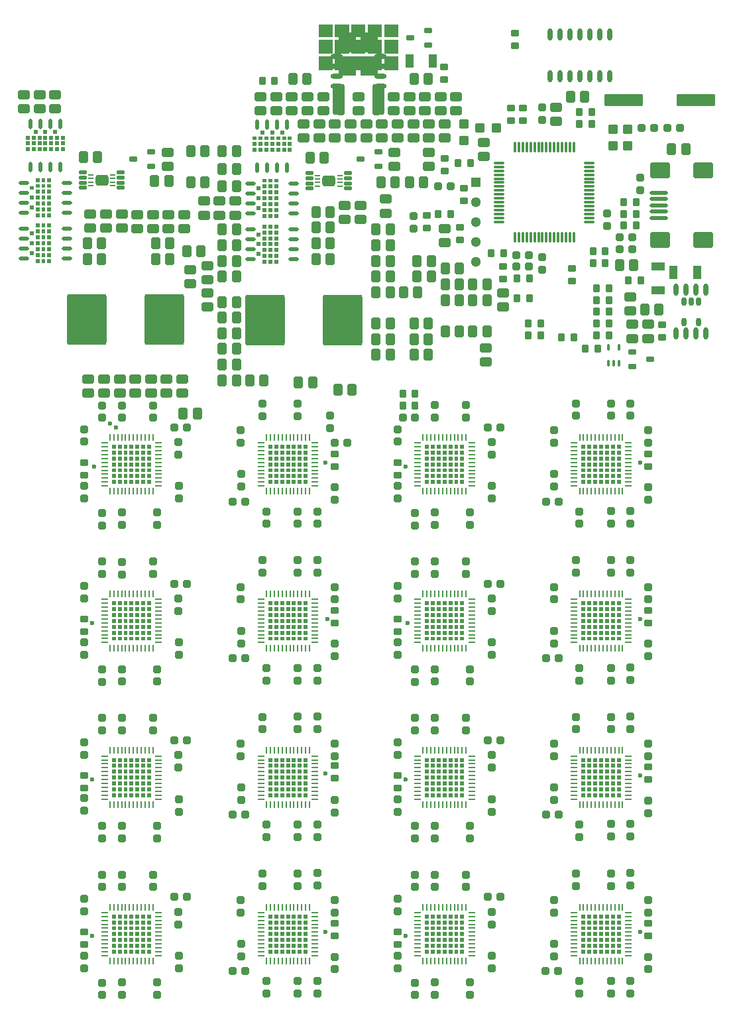
<source format=gtp>
%FSLAX44Y44*%
%MOMM*%
G71*
G01*
G75*
G04 Layer_Color=8421504*
G04:AMPARAMS|DCode=10|XSize=1mm|YSize=0.9mm|CornerRadius=0.198mm|HoleSize=0mm|Usage=FLASHONLY|Rotation=270.000|XOffset=0mm|YOffset=0mm|HoleType=Round|Shape=RoundedRectangle|*
%AMROUNDEDRECTD10*
21,1,1.0000,0.5040,0,0,270.0*
21,1,0.6040,0.9000,0,0,270.0*
1,1,0.3960,-0.2520,-0.3020*
1,1,0.3960,-0.2520,0.3020*
1,1,0.3960,0.2520,0.3020*
1,1,0.3960,0.2520,-0.3020*
%
%ADD10ROUNDEDRECTD10*%
G04:AMPARAMS|DCode=11|XSize=0.9mm|YSize=0.4mm|CornerRadius=0.15mm|HoleSize=0mm|Usage=FLASHONLY|Rotation=90.000|XOffset=0mm|YOffset=0mm|HoleType=Round|Shape=RoundedRectangle|*
%AMROUNDEDRECTD11*
21,1,0.9000,0.1000,0,0,90.0*
21,1,0.6000,0.4000,0,0,90.0*
1,1,0.3000,0.0500,0.3000*
1,1,0.3000,0.0500,-0.3000*
1,1,0.3000,-0.0500,-0.3000*
1,1,0.3000,-0.0500,0.3000*
%
%ADD11ROUNDEDRECTD11*%
%ADD12O,0.6000X1.5500*%
G04:AMPARAMS|DCode=13|XSize=1mm|YSize=0.9mm|CornerRadius=0.198mm|HoleSize=0mm|Usage=FLASHONLY|Rotation=0.000|XOffset=0mm|YOffset=0mm|HoleType=Round|Shape=RoundedRectangle|*
%AMROUNDEDRECTD13*
21,1,1.0000,0.5040,0,0,0.0*
21,1,0.6040,0.9000,0,0,0.0*
1,1,0.3960,0.3020,-0.2520*
1,1,0.3960,-0.3020,-0.2520*
1,1,0.3960,-0.3020,0.2520*
1,1,0.3960,0.3020,0.2520*
%
%ADD13ROUNDEDRECTD13*%
G04:AMPARAMS|DCode=14|XSize=1.05mm|YSize=0.65mm|CornerRadius=0.2015mm|HoleSize=0mm|Usage=FLASHONLY|Rotation=0.000|XOffset=0mm|YOffset=0mm|HoleType=Round|Shape=RoundedRectangle|*
%AMROUNDEDRECTD14*
21,1,1.0500,0.2470,0,0,0.0*
21,1,0.6470,0.6500,0,0,0.0*
1,1,0.4030,0.3235,-0.1235*
1,1,0.4030,-0.3235,-0.1235*
1,1,0.4030,-0.3235,0.1235*
1,1,0.4030,0.3235,0.1235*
%
%ADD14ROUNDEDRECTD14*%
G04:AMPARAMS|DCode=15|XSize=1mm|YSize=0.95mm|CornerRadius=0.1995mm|HoleSize=0mm|Usage=FLASHONLY|Rotation=180.000|XOffset=0mm|YOffset=0mm|HoleType=Round|Shape=RoundedRectangle|*
%AMROUNDEDRECTD15*
21,1,1.0000,0.5510,0,0,180.0*
21,1,0.6010,0.9500,0,0,180.0*
1,1,0.3990,-0.3005,0.2755*
1,1,0.3990,0.3005,0.2755*
1,1,0.3990,0.3005,-0.2755*
1,1,0.3990,-0.3005,-0.2755*
%
%ADD15ROUNDEDRECTD15*%
%ADD16C,0.4000*%
%ADD17O,0.8500X0.2500*%
%ADD18O,0.2500X0.8500*%
G04:AMPARAMS|DCode=19|XSize=1mm|YSize=0.95mm|CornerRadius=0.1995mm|HoleSize=0mm|Usage=FLASHONLY|Rotation=90.000|XOffset=0mm|YOffset=0mm|HoleType=Round|Shape=RoundedRectangle|*
%AMROUNDEDRECTD19*
21,1,1.0000,0.5510,0,0,90.0*
21,1,0.6010,0.9500,0,0,90.0*
1,1,0.3990,0.2755,0.3005*
1,1,0.3990,0.2755,-0.3005*
1,1,0.3990,-0.2755,-0.3005*
1,1,0.3990,-0.2755,0.3005*
%
%ADD19ROUNDEDRECTD19*%
G04:AMPARAMS|DCode=20|XSize=1.45mm|YSize=1.15mm|CornerRadius=0.2013mm|HoleSize=0mm|Usage=FLASHONLY|Rotation=270.000|XOffset=0mm|YOffset=0mm|HoleType=Round|Shape=RoundedRectangle|*
%AMROUNDEDRECTD20*
21,1,1.4500,0.7475,0,0,270.0*
21,1,1.0475,1.1500,0,0,270.0*
1,1,0.4025,-0.3738,-0.5238*
1,1,0.4025,-0.3738,0.5238*
1,1,0.4025,0.3738,0.5238*
1,1,0.4025,0.3738,-0.5238*
%
%ADD20ROUNDEDRECTD20*%
G04:AMPARAMS|DCode=21|XSize=1.45mm|YSize=1.15mm|CornerRadius=0.2013mm|HoleSize=0mm|Usage=FLASHONLY|Rotation=0.000|XOffset=0mm|YOffset=0mm|HoleType=Round|Shape=RoundedRectangle|*
%AMROUNDEDRECTD21*
21,1,1.4500,0.7475,0,0,0.0*
21,1,1.0475,1.1500,0,0,0.0*
1,1,0.4025,0.5238,-0.3738*
1,1,0.4025,-0.5238,-0.3738*
1,1,0.4025,-0.5238,0.3738*
1,1,0.4025,0.5238,0.3738*
%
%ADD21ROUNDEDRECTD21*%
%ADD22C,0.6000*%
%ADD23O,1.3500X0.5000*%
G04:AMPARAMS|DCode=24|XSize=1.75mm|YSize=1.05mm|CornerRadius=0.1995mm|HoleSize=0mm|Usage=FLASHONLY|Rotation=90.000|XOffset=0mm|YOffset=0mm|HoleType=Round|Shape=RoundedRectangle|*
%AMROUNDEDRECTD24*
21,1,1.7500,0.6510,0,0,90.0*
21,1,1.3510,1.0500,0,0,90.0*
1,1,0.3990,0.3255,0.6755*
1,1,0.3990,0.3255,-0.6755*
1,1,0.3990,-0.3255,-0.6755*
1,1,0.3990,-0.3255,0.6755*
%
%ADD24ROUNDEDRECTD24*%
G04:AMPARAMS|DCode=25|XSize=1.75mm|YSize=1.05mm|CornerRadius=0.1995mm|HoleSize=0mm|Usage=FLASHONLY|Rotation=0.000|XOffset=0mm|YOffset=0mm|HoleType=Round|Shape=RoundedRectangle|*
%AMROUNDEDRECTD25*
21,1,1.7500,0.6510,0,0,0.0*
21,1,1.3510,1.0500,0,0,0.0*
1,1,0.3990,0.6755,-0.3255*
1,1,0.3990,-0.6755,-0.3255*
1,1,0.3990,-0.6755,0.3255*
1,1,0.3990,0.6755,0.3255*
%
%ADD25ROUNDEDRECTD25*%
%ADD26O,1.5500X0.6000*%
%ADD27O,0.5000X1.3500*%
G04:AMPARAMS|DCode=28|XSize=6.5mm|YSize=5mm|CornerRadius=0.25mm|HoleSize=0mm|Usage=FLASHONLY|Rotation=90.000|XOffset=0mm|YOffset=0mm|HoleType=Round|Shape=RoundedRectangle|*
%AMROUNDEDRECTD28*
21,1,6.5000,4.5000,0,0,90.0*
21,1,6.0000,5.0000,0,0,90.0*
1,1,0.5000,2.2500,3.0000*
1,1,0.5000,2.2500,-3.0000*
1,1,0.5000,-2.2500,-3.0000*
1,1,0.5000,-2.2500,3.0000*
%
%ADD28ROUNDEDRECTD28*%
%ADD29C,1.3000*%
%ADD30R,1.3000X1.3000*%
G04:AMPARAMS|DCode=31|XSize=4.9mm|YSize=1.6mm|CornerRadius=0.2mm|HoleSize=0mm|Usage=FLASHONLY|Rotation=180.000|XOffset=0mm|YOffset=0mm|HoleType=Round|Shape=RoundedRectangle|*
%AMROUNDEDRECTD31*
21,1,4.9000,1.2000,0,0,180.0*
21,1,4.5000,1.6000,0,0,180.0*
1,1,0.4000,-2.2500,0.6000*
1,1,0.4000,2.2500,0.6000*
1,1,0.4000,2.2500,-0.6000*
1,1,0.4000,-2.2500,-0.6000*
%
%ADD31ROUNDEDRECTD31*%
%ADD32O,1.5000X0.3000*%
%ADD33O,0.3000X1.5000*%
%ADD34C,1.0000*%
G04:AMPARAMS|DCode=35|XSize=1.1mm|YSize=0.6mm|CornerRadius=0.201mm|HoleSize=0mm|Usage=FLASHONLY|Rotation=270.000|XOffset=0mm|YOffset=0mm|HoleType=Round|Shape=RoundedRectangle|*
%AMROUNDEDRECTD35*
21,1,1.1000,0.1980,0,0,270.0*
21,1,0.6980,0.6000,0,0,270.0*
1,1,0.4020,-0.0990,-0.3490*
1,1,0.4020,-0.0990,0.3490*
1,1,0.4020,0.0990,0.3490*
1,1,0.4020,0.0990,-0.3490*
%
%ADD35ROUNDEDRECTD35*%
G04:AMPARAMS|DCode=36|XSize=2.5mm|YSize=2mm|CornerRadius=0.2mm|HoleSize=0mm|Usage=FLASHONLY|Rotation=180.000|XOffset=0mm|YOffset=0mm|HoleType=Round|Shape=RoundedRectangle|*
%AMROUNDEDRECTD36*
21,1,2.5000,1.6000,0,0,180.0*
21,1,2.1000,2.0000,0,0,180.0*
1,1,0.4000,-1.0500,0.8000*
1,1,0.4000,1.0500,0.8000*
1,1,0.4000,1.0500,-0.8000*
1,1,0.4000,-1.0500,-0.8000*
%
%ADD36ROUNDEDRECTD36*%
G04:AMPARAMS|DCode=37|XSize=2.3mm|YSize=0.5mm|CornerRadius=0.2mm|HoleSize=0mm|Usage=FLASHONLY|Rotation=180.000|XOffset=0mm|YOffset=0mm|HoleType=Round|Shape=RoundedRectangle|*
%AMROUNDEDRECTD37*
21,1,2.3000,0.1000,0,0,180.0*
21,1,1.9000,0.5000,0,0,180.0*
1,1,0.4000,-0.9500,0.0500*
1,1,0.4000,0.9500,0.0500*
1,1,0.4000,0.9500,-0.0500*
1,1,0.4000,-0.9500,-0.0500*
%
%ADD37ROUNDEDRECTD37*%
G04:AMPARAMS|DCode=38|XSize=1mm|YSize=0.45mm|CornerRadius=0.1125mm|HoleSize=0mm|Usage=FLASHONLY|Rotation=0.000|XOffset=0mm|YOffset=0mm|HoleType=Round|Shape=RoundedRectangle|*
%AMROUNDEDRECTD38*
21,1,1.0000,0.2250,0,0,0.0*
21,1,0.7750,0.4500,0,0,0.0*
1,1,0.2250,0.3875,-0.1125*
1,1,0.2250,-0.3875,-0.1125*
1,1,0.2250,-0.3875,0.1125*
1,1,0.2250,0.3875,0.1125*
%
%ADD38ROUNDEDRECTD38*%
G04:AMPARAMS|DCode=39|XSize=1.35mm|YSize=1.65mm|CornerRadius=0.27mm|HoleSize=0mm|Usage=FLASHONLY|Rotation=90.000|XOffset=0mm|YOffset=0mm|HoleType=Round|Shape=RoundedRectangle|*
%AMROUNDEDRECTD39*
21,1,1.3500,1.1100,0,0,90.0*
21,1,0.8100,1.6500,0,0,90.0*
1,1,0.5400,0.5550,0.4050*
1,1,0.5400,0.5550,-0.4050*
1,1,0.5400,-0.5550,-0.4050*
1,1,0.5400,-0.5550,0.4050*
%
%ADD39ROUNDEDRECTD39*%
G04:AMPARAMS|DCode=40|XSize=0.7mm|YSize=0.25mm|CornerRadius=0.0838mm|HoleSize=0mm|Usage=FLASHONLY|Rotation=0.000|XOffset=0mm|YOffset=0mm|HoleType=Round|Shape=RoundedRectangle|*
%AMROUNDEDRECTD40*
21,1,0.7000,0.0825,0,0,0.0*
21,1,0.5325,0.2500,0,0,0.0*
1,1,0.1675,0.2662,-0.0413*
1,1,0.1675,-0.2662,-0.0413*
1,1,0.1675,-0.2662,0.0413*
1,1,0.1675,0.2662,0.0413*
%
%ADD40ROUNDEDRECTD40*%
G04:AMPARAMS|DCode=41|XSize=3mm|YSize=1.65mm|CornerRadius=0.1073mm|HoleSize=0mm|Usage=FLASHONLY|Rotation=90.000|XOffset=0mm|YOffset=0mm|HoleType=Round|Shape=RoundedRectangle|*
%AMROUNDEDRECTD41*
21,1,3.0000,1.4355,0,0,90.0*
21,1,2.7855,1.6500,0,0,90.0*
1,1,0.2145,0.7178,1.3927*
1,1,0.2145,0.7178,-1.3927*
1,1,0.2145,-0.7178,-1.3927*
1,1,0.2145,-0.7178,1.3927*
%
%ADD41ROUNDEDRECTD41*%
G04:AMPARAMS|DCode=42|XSize=1.2mm|YSize=1.2mm|CornerRadius=0.198mm|HoleSize=0mm|Usage=FLASHONLY|Rotation=0.000|XOffset=0mm|YOffset=0mm|HoleType=Round|Shape=RoundedRectangle|*
%AMROUNDEDRECTD42*
21,1,1.2000,0.8040,0,0,0.0*
21,1,0.8040,1.2000,0,0,0.0*
1,1,0.3960,0.4020,-0.4020*
1,1,0.3960,-0.4020,-0.4020*
1,1,0.3960,-0.4020,0.4020*
1,1,0.3960,0.4020,0.4020*
%
%ADD42ROUNDEDRECTD42*%
G04:AMPARAMS|DCode=43|XSize=1.2mm|YSize=1.2mm|CornerRadius=0.198mm|HoleSize=0mm|Usage=FLASHONLY|Rotation=270.000|XOffset=0mm|YOffset=0mm|HoleType=Round|Shape=RoundedRectangle|*
%AMROUNDEDRECTD43*
21,1,1.2000,0.8040,0,0,270.0*
21,1,0.8040,1.2000,0,0,270.0*
1,1,0.3960,-0.4020,-0.4020*
1,1,0.3960,-0.4020,0.4020*
1,1,0.3960,0.4020,0.4020*
1,1,0.3960,0.4020,-0.4020*
%
%ADD43ROUNDEDRECTD43*%
G04:AMPARAMS|DCode=44|XSize=6.45mm|YSize=6mm|CornerRadius=0.21mm|HoleSize=0mm|Usage=FLASHONLY|Rotation=90.000|XOffset=0mm|YOffset=0mm|HoleType=Round|Shape=RoundedRectangle|*
%AMROUNDEDRECTD44*
21,1,6.4500,5.5800,0,0,90.0*
21,1,6.0300,6.0000,0,0,90.0*
1,1,0.4200,2.7900,3.0150*
1,1,0.4200,2.7900,-3.0150*
1,1,0.4200,-2.7900,-3.0150*
1,1,0.4200,-2.7900,3.0150*
%
%ADD44ROUNDEDRECTD44*%
G04:AMPARAMS|DCode=45|XSize=2.85mm|YSize=1mm|CornerRadius=0.2mm|HoleSize=0mm|Usage=FLASHONLY|Rotation=90.000|XOffset=0mm|YOffset=0mm|HoleType=Round|Shape=RoundedRectangle|*
%AMROUNDEDRECTD45*
21,1,2.8500,0.6000,0,0,90.0*
21,1,2.4500,1.0000,0,0,90.0*
1,1,0.4000,0.3000,1.2250*
1,1,0.4000,0.3000,-1.2250*
1,1,0.4000,-0.3000,-1.2250*
1,1,0.4000,-0.3000,1.2250*
%
%ADD45ROUNDEDRECTD45*%
G04:AMPARAMS|DCode=46|XSize=3.95mm|YSize=1.5mm|CornerRadius=0.2475mm|HoleSize=0mm|Usage=FLASHONLY|Rotation=90.000|XOffset=0mm|YOffset=0mm|HoleType=Round|Shape=RoundedRectangle|*
%AMROUNDEDRECTD46*
21,1,3.9500,1.0050,0,0,90.0*
21,1,3.4550,1.5000,0,0,90.0*
1,1,0.4950,0.5025,1.7275*
1,1,0.4950,0.5025,-1.7275*
1,1,0.4950,-0.5025,-1.7275*
1,1,0.4950,-0.5025,1.7275*
%
%ADD46ROUNDEDRECTD46*%
G04:AMPARAMS|DCode=47|XSize=6.4mm|YSize=10.5mm|CornerRadius=0.128mm|HoleSize=0mm|Usage=FLASHONLY|Rotation=90.000|XOffset=0mm|YOffset=0mm|HoleType=Round|Shape=RoundedRectangle|*
%AMROUNDEDRECTD47*
21,1,6.4000,10.2440,0,0,90.0*
21,1,6.1440,10.5000,0,0,90.0*
1,1,0.2560,5.1220,3.0720*
1,1,0.2560,5.1220,-3.0720*
1,1,0.2560,-5.1220,-3.0720*
1,1,0.2560,-5.1220,3.0720*
%
%ADD47ROUNDEDRECTD47*%
%ADD48C,0.2500*%
%ADD49C,0.3000*%
%ADD50C,0.5000*%
%ADD51C,0.6000*%
%ADD52C,0.2540*%
%ADD53C,1.0000*%
%ADD54C,0.4000*%
%ADD55C,0.4500*%
%ADD56C,0.8000*%
%ADD57C,0.5500*%
%ADD58C,1.6000*%
%ADD59R,1.6000X1.6000*%
%ADD60C,6.0000*%
%ADD61C,3.0000*%
%ADD62C,2.0000*%
%ADD63C,0.5000*%
%ADD64C,1.8500*%
%ADD65C,3.5000*%
%ADD66C,2.3000*%
%ADD67C,2.0000*%
%ADD68C,1.8000*%
%ADD69C,0.0000*%
G36*
X-90000Y-95000D02*
X-95000D01*
Y-90000D01*
X-90000D01*
Y-95000D01*
D02*
G37*
G36*
X-82500D02*
X-87500D01*
Y-90000D01*
X-82500D01*
Y-95000D01*
D02*
G37*
G36*
X-75000D02*
X-80000D01*
Y-90000D01*
X-75000D01*
Y-95000D01*
D02*
G37*
G36*
X-97500D02*
X-102500D01*
Y-90000D01*
X-97500D01*
Y-95000D01*
D02*
G37*
G36*
X-120000D02*
X-125000D01*
Y-90000D01*
X-120000D01*
Y-95000D01*
D02*
G37*
G36*
X-112500D02*
X-117500D01*
Y-90000D01*
X-112500D01*
Y-95000D01*
D02*
G37*
G36*
X-105000D02*
X-110000D01*
Y-90000D01*
X-105000D01*
Y-95000D01*
D02*
G37*
G36*
X310000D02*
X305000D01*
Y-90000D01*
X310000D01*
Y-95000D01*
D02*
G37*
G36*
X317500D02*
X312500D01*
Y-90000D01*
X317500D01*
Y-95000D01*
D02*
G37*
G36*
X325000D02*
X320000D01*
Y-90000D01*
X325000D01*
Y-95000D01*
D02*
G37*
G36*
X302500D02*
X297500D01*
Y-90000D01*
X302500D01*
Y-95000D01*
D02*
G37*
G36*
X280000D02*
X275000D01*
Y-90000D01*
X280000D01*
Y-95000D01*
D02*
G37*
G36*
X287500D02*
X282500D01*
Y-90000D01*
X287500D01*
Y-95000D01*
D02*
G37*
G36*
X295000D02*
X290000D01*
Y-90000D01*
X295000D01*
Y-95000D01*
D02*
G37*
G36*
X325000Y-102500D02*
X320000D01*
Y-97500D01*
X325000D01*
Y-102500D01*
D02*
G37*
G36*
X102500D02*
X97500D01*
Y-97500D01*
X102500D01*
Y-102500D01*
D02*
G37*
G36*
X110000D02*
X105000D01*
Y-97500D01*
X110000D01*
Y-102500D01*
D02*
G37*
G36*
X117500D02*
X112500D01*
Y-97500D01*
X117500D01*
Y-102500D01*
D02*
G37*
G36*
X95000D02*
X90000D01*
Y-97500D01*
X95000D01*
Y-102500D01*
D02*
G37*
G36*
X-75000D02*
X-80000D01*
Y-97500D01*
X-75000D01*
Y-102500D01*
D02*
G37*
G36*
X80000D02*
X75000D01*
Y-97500D01*
X80000D01*
Y-102500D01*
D02*
G37*
G36*
X87500D02*
X82500D01*
Y-97500D01*
X87500D01*
Y-102500D01*
D02*
G37*
G36*
X302500D02*
X297500D01*
Y-97500D01*
X302500D01*
Y-102500D01*
D02*
G37*
G36*
X310000D02*
X305000D01*
Y-97500D01*
X310000D01*
Y-102500D01*
D02*
G37*
G36*
X317500D02*
X312500D01*
Y-97500D01*
X317500D01*
Y-102500D01*
D02*
G37*
G36*
X295000D02*
X290000D01*
Y-97500D01*
X295000D01*
Y-102500D01*
D02*
G37*
G36*
X125000D02*
X120000D01*
Y-97500D01*
X125000D01*
Y-102500D01*
D02*
G37*
G36*
X280000D02*
X275000D01*
Y-97500D01*
X280000D01*
Y-102500D01*
D02*
G37*
G36*
X287500D02*
X282500D01*
Y-97500D01*
X287500D01*
Y-102500D01*
D02*
G37*
G36*
X-282500Y-87500D02*
X-287500D01*
Y-82500D01*
X-282500D01*
Y-87500D01*
D02*
G37*
G36*
X-275000D02*
X-280000D01*
Y-82500D01*
X-275000D01*
Y-87500D01*
D02*
G37*
G36*
X-120000D02*
X-125000D01*
Y-82500D01*
X-120000D01*
Y-87500D01*
D02*
G37*
G36*
X-290000D02*
X-295000D01*
Y-82500D01*
X-290000D01*
Y-87500D01*
D02*
G37*
G36*
X-312500D02*
X-317500D01*
Y-82500D01*
X-312500D01*
Y-87500D01*
D02*
G37*
G36*
X-305000D02*
X-310000D01*
Y-82500D01*
X-305000D01*
Y-87500D01*
D02*
G37*
G36*
X-297500D02*
X-302500D01*
Y-82500D01*
X-297500D01*
Y-87500D01*
D02*
G37*
G36*
X-82500D02*
X-87500D01*
Y-82500D01*
X-82500D01*
Y-87500D01*
D02*
G37*
G36*
X-75000D02*
X-80000D01*
Y-82500D01*
X-75000D01*
Y-87500D01*
D02*
G37*
G36*
X80000D02*
X75000D01*
Y-82500D01*
X80000D01*
Y-87500D01*
D02*
G37*
G36*
X-90000D02*
X-95000D01*
Y-82500D01*
X-90000D01*
Y-87500D01*
D02*
G37*
G36*
X-112500D02*
X-117500D01*
Y-82500D01*
X-112500D01*
Y-87500D01*
D02*
G37*
G36*
X-105000D02*
X-110000D01*
Y-82500D01*
X-105000D01*
Y-87500D01*
D02*
G37*
G36*
X-97500D02*
X-102500D01*
Y-82500D01*
X-97500D01*
Y-87500D01*
D02*
G37*
G36*
X-320000D02*
X-325000D01*
Y-82500D01*
X-320000D01*
Y-87500D01*
D02*
G37*
G36*
X-290000Y-95000D02*
X-295000D01*
Y-90000D01*
X-290000D01*
Y-95000D01*
D02*
G37*
G36*
X-282500D02*
X-287500D01*
Y-90000D01*
X-282500D01*
Y-95000D01*
D02*
G37*
G36*
X-275000D02*
X-280000D01*
Y-90000D01*
X-275000D01*
Y-95000D01*
D02*
G37*
G36*
X-297500D02*
X-302500D01*
Y-90000D01*
X-297500D01*
Y-95000D01*
D02*
G37*
G36*
X-320000D02*
X-325000D01*
Y-90000D01*
X-320000D01*
Y-95000D01*
D02*
G37*
G36*
X-312500D02*
X-317500D01*
Y-90000D01*
X-312500D01*
Y-95000D01*
D02*
G37*
G36*
X-305000D02*
X-310000D01*
Y-90000D01*
X-305000D01*
Y-95000D01*
D02*
G37*
G36*
X110000D02*
X105000D01*
Y-90000D01*
X110000D01*
Y-95000D01*
D02*
G37*
G36*
X117500D02*
X112500D01*
Y-90000D01*
X117500D01*
Y-95000D01*
D02*
G37*
G36*
X125000D02*
X120000D01*
Y-90000D01*
X125000D01*
Y-95000D01*
D02*
G37*
G36*
X102500D02*
X97500D01*
Y-90000D01*
X102500D01*
Y-95000D01*
D02*
G37*
G36*
X80000D02*
X75000D01*
Y-90000D01*
X80000D01*
Y-95000D01*
D02*
G37*
G36*
X87500D02*
X82500D01*
Y-90000D01*
X87500D01*
Y-95000D01*
D02*
G37*
G36*
X95000D02*
X90000D01*
Y-90000D01*
X95000D01*
Y-95000D01*
D02*
G37*
G36*
X-82500Y-102500D02*
X-87500D01*
Y-97500D01*
X-82500D01*
Y-102500D01*
D02*
G37*
G36*
X-112500Y-110000D02*
X-117500D01*
Y-105000D01*
X-112500D01*
Y-110000D01*
D02*
G37*
G36*
X-105000D02*
X-110000D01*
Y-105000D01*
X-105000D01*
Y-110000D01*
D02*
G37*
G36*
X-97500D02*
X-102500D01*
Y-105000D01*
X-97500D01*
Y-110000D01*
D02*
G37*
G36*
X-120000D02*
X-125000D01*
Y-105000D01*
X-120000D01*
Y-110000D01*
D02*
G37*
G36*
X310000Y-117500D02*
X305000D01*
Y-112500D01*
X310000D01*
Y-117500D01*
D02*
G37*
G36*
X317500D02*
X312500D01*
Y-112500D01*
X317500D01*
Y-117500D01*
D02*
G37*
G36*
X325000D02*
X320000D01*
Y-112500D01*
X325000D01*
Y-117500D01*
D02*
G37*
G36*
X287500Y-110000D02*
X282500D01*
Y-105000D01*
X287500D01*
Y-110000D01*
D02*
G37*
G36*
X295000D02*
X290000D01*
Y-105000D01*
X295000D01*
Y-110000D01*
D02*
G37*
G36*
X302500D02*
X297500D01*
Y-105000D01*
X302500D01*
Y-110000D01*
D02*
G37*
G36*
X280000D02*
X275000D01*
Y-105000D01*
X280000D01*
Y-110000D01*
D02*
G37*
G36*
X-90000D02*
X-95000D01*
Y-105000D01*
X-90000D01*
Y-110000D01*
D02*
G37*
G36*
X-82500D02*
X-87500D01*
Y-105000D01*
X-82500D01*
Y-110000D01*
D02*
G37*
G36*
X-75000D02*
X-80000D01*
Y-105000D01*
X-75000D01*
Y-110000D01*
D02*
G37*
G36*
X302500Y-117500D02*
X297500D01*
Y-112500D01*
X302500D01*
Y-117500D01*
D02*
G37*
G36*
X80000D02*
X75000D01*
Y-112500D01*
X80000D01*
Y-117500D01*
D02*
G37*
G36*
X87500D02*
X82500D01*
Y-112500D01*
X87500D01*
Y-117500D01*
D02*
G37*
G36*
X95000D02*
X90000D01*
Y-112500D01*
X95000D01*
Y-117500D01*
D02*
G37*
G36*
X-75000D02*
X-80000D01*
Y-112500D01*
X-75000D01*
Y-117500D01*
D02*
G37*
G36*
X-97500D02*
X-102500D01*
Y-112500D01*
X-97500D01*
Y-117500D01*
D02*
G37*
G36*
X-90000D02*
X-95000D01*
Y-112500D01*
X-90000D01*
Y-117500D01*
D02*
G37*
G36*
X-82500D02*
X-87500D01*
Y-112500D01*
X-82500D01*
Y-117500D01*
D02*
G37*
G36*
X280000D02*
X275000D01*
Y-112500D01*
X280000D01*
Y-117500D01*
D02*
G37*
G36*
X287500D02*
X282500D01*
Y-112500D01*
X287500D01*
Y-117500D01*
D02*
G37*
G36*
X295000D02*
X290000D01*
Y-112500D01*
X295000D01*
Y-117500D01*
D02*
G37*
G36*
X125000D02*
X120000D01*
Y-112500D01*
X125000D01*
Y-117500D01*
D02*
G37*
G36*
X102500D02*
X97500D01*
Y-112500D01*
X102500D01*
Y-117500D01*
D02*
G37*
G36*
X110000D02*
X105000D01*
Y-112500D01*
X110000D01*
Y-117500D01*
D02*
G37*
G36*
X117500D02*
X112500D01*
Y-112500D01*
X117500D01*
Y-117500D01*
D02*
G37*
G36*
X-305000Y-102500D02*
X-310000D01*
Y-97500D01*
X-305000D01*
Y-102500D01*
D02*
G37*
G36*
X-297500D02*
X-302500D01*
Y-97500D01*
X-297500D01*
Y-102500D01*
D02*
G37*
G36*
X-290000D02*
X-295000D01*
Y-97500D01*
X-290000D01*
Y-102500D01*
D02*
G37*
G36*
X-312500D02*
X-317500D01*
Y-97500D01*
X-312500D01*
Y-102500D01*
D02*
G37*
G36*
X117500Y-110000D02*
X112500D01*
Y-105000D01*
X117500D01*
Y-110000D01*
D02*
G37*
G36*
X125000D02*
X120000D01*
Y-105000D01*
X125000D01*
Y-110000D01*
D02*
G37*
G36*
X-320000Y-102500D02*
X-325000D01*
Y-97500D01*
X-320000D01*
Y-102500D01*
D02*
G37*
G36*
X-105000D02*
X-110000D01*
Y-97500D01*
X-105000D01*
Y-102500D01*
D02*
G37*
G36*
X-97500D02*
X-102500D01*
Y-97500D01*
X-97500D01*
Y-102500D01*
D02*
G37*
G36*
X-90000D02*
X-95000D01*
Y-97500D01*
X-90000D01*
Y-102500D01*
D02*
G37*
G36*
X-112500D02*
X-117500D01*
Y-97500D01*
X-112500D01*
Y-102500D01*
D02*
G37*
G36*
X-282500D02*
X-287500D01*
Y-97500D01*
X-282500D01*
Y-102500D01*
D02*
G37*
G36*
X-275000D02*
X-280000D01*
Y-97500D01*
X-275000D01*
Y-102500D01*
D02*
G37*
G36*
X-120000D02*
X-125000D01*
Y-97500D01*
X-120000D01*
Y-102500D01*
D02*
G37*
G36*
X110000Y-110000D02*
X105000D01*
Y-105000D01*
X110000D01*
Y-110000D01*
D02*
G37*
G36*
X-312500D02*
X-317500D01*
Y-105000D01*
X-312500D01*
Y-110000D01*
D02*
G37*
G36*
X-305000D02*
X-310000D01*
Y-105000D01*
X-305000D01*
Y-110000D01*
D02*
G37*
G36*
X-297500D02*
X-302500D01*
Y-105000D01*
X-297500D01*
Y-110000D01*
D02*
G37*
G36*
X-320000D02*
X-325000D01*
Y-105000D01*
X-320000D01*
Y-110000D01*
D02*
G37*
G36*
X310000Y-110000D02*
X305000D01*
Y-105000D01*
X310000D01*
Y-110000D01*
D02*
G37*
G36*
X317500D02*
X312500D01*
Y-105000D01*
X317500D01*
Y-110000D01*
D02*
G37*
G36*
X325000D02*
X320000D01*
Y-105000D01*
X325000D01*
Y-110000D01*
D02*
G37*
G36*
X87500Y-110000D02*
X82500D01*
Y-105000D01*
X87500D01*
Y-110000D01*
D02*
G37*
G36*
X95000D02*
X90000D01*
Y-105000D01*
X95000D01*
Y-110000D01*
D02*
G37*
G36*
X102500D02*
X97500D01*
Y-105000D01*
X102500D01*
Y-110000D01*
D02*
G37*
G36*
X80000D02*
X75000D01*
Y-105000D01*
X80000D01*
Y-110000D01*
D02*
G37*
G36*
X-290000D02*
X-295000D01*
Y-105000D01*
X-290000D01*
Y-110000D01*
D02*
G37*
G36*
X-282500D02*
X-287500D01*
Y-105000D01*
X-282500D01*
Y-110000D01*
D02*
G37*
G36*
X-275000D02*
X-280000D01*
Y-105000D01*
X-275000D01*
Y-110000D01*
D02*
G37*
G36*
X-105000Y82500D02*
X-110000D01*
Y87500D01*
X-105000D01*
Y82500D01*
D02*
G37*
G36*
X-97500D02*
X-102500D01*
Y87500D01*
X-97500D01*
Y82500D01*
D02*
G37*
G36*
X-90000D02*
X-95000D01*
Y87500D01*
X-90000D01*
Y82500D01*
D02*
G37*
G36*
X-112500D02*
X-117500D01*
Y87500D01*
X-112500D01*
Y82500D01*
D02*
G37*
G36*
X-282500D02*
X-287500D01*
Y87500D01*
X-282500D01*
Y82500D01*
D02*
G37*
G36*
X-275000D02*
X-280000D01*
Y87500D01*
X-275000D01*
Y82500D01*
D02*
G37*
G36*
X-120000D02*
X-125000D01*
Y87500D01*
X-120000D01*
Y82500D01*
D02*
G37*
G36*
X95000D02*
X90000D01*
Y87500D01*
X95000D01*
Y82500D01*
D02*
G37*
G36*
X102500D02*
X97500D01*
Y87500D01*
X102500D01*
Y82500D01*
D02*
G37*
G36*
X110000D02*
X105000D01*
Y87500D01*
X110000D01*
Y82500D01*
D02*
G37*
G36*
X87500D02*
X82500D01*
Y87500D01*
X87500D01*
Y82500D01*
D02*
G37*
G36*
X-82500D02*
X-87500D01*
Y87500D01*
X-82500D01*
Y82500D01*
D02*
G37*
G36*
X-75000D02*
X-80000D01*
Y87500D01*
X-75000D01*
Y82500D01*
D02*
G37*
G36*
X80000D02*
X75000D01*
Y87500D01*
X80000D01*
Y82500D01*
D02*
G37*
G36*
X-290000D02*
X-295000D01*
Y87500D01*
X-290000D01*
Y82500D01*
D02*
G37*
G36*
X287500Y75000D02*
X282500D01*
Y80000D01*
X287500D01*
Y75000D01*
D02*
G37*
G36*
X295000D02*
X290000D01*
Y80000D01*
X295000D01*
Y75000D01*
D02*
G37*
G36*
X302500D02*
X297500D01*
Y80000D01*
X302500D01*
Y75000D01*
D02*
G37*
G36*
X280000D02*
X275000D01*
Y80000D01*
X280000D01*
Y75000D01*
D02*
G37*
G36*
X110000D02*
X105000D01*
Y80000D01*
X110000D01*
Y75000D01*
D02*
G37*
G36*
X117500D02*
X112500D01*
Y80000D01*
X117500D01*
Y75000D01*
D02*
G37*
G36*
X125000D02*
X120000D01*
Y80000D01*
X125000D01*
Y75000D01*
D02*
G37*
G36*
X-312500Y82500D02*
X-317500D01*
Y87500D01*
X-312500D01*
Y82500D01*
D02*
G37*
G36*
X-305000D02*
X-310000D01*
Y87500D01*
X-305000D01*
Y82500D01*
D02*
G37*
G36*
X-297500D02*
X-302500D01*
Y87500D01*
X-297500D01*
Y82500D01*
D02*
G37*
G36*
X-320000D02*
X-325000D01*
Y87500D01*
X-320000D01*
Y82500D01*
D02*
G37*
G36*
X310000Y75000D02*
X305000D01*
Y80000D01*
X310000D01*
Y75000D01*
D02*
G37*
G36*
X317500D02*
X312500D01*
Y80000D01*
X317500D01*
Y75000D01*
D02*
G37*
G36*
X325000D02*
X320000D01*
Y80000D01*
X325000D01*
Y75000D01*
D02*
G37*
G36*
X302500Y90000D02*
X297500D01*
Y95000D01*
X302500D01*
Y90000D01*
D02*
G37*
G36*
X310000D02*
X305000D01*
Y95000D01*
X310000D01*
Y90000D01*
D02*
G37*
G36*
X317500D02*
X312500D01*
Y95000D01*
X317500D01*
Y90000D01*
D02*
G37*
G36*
X295000D02*
X290000D01*
Y95000D01*
X295000D01*
Y90000D01*
D02*
G37*
G36*
X-75000D02*
X-80000D01*
Y95000D01*
X-75000D01*
Y90000D01*
D02*
G37*
G36*
X280000D02*
X275000D01*
Y95000D01*
X280000D01*
Y90000D01*
D02*
G37*
G36*
X287500D02*
X282500D01*
Y95000D01*
X287500D01*
Y90000D01*
D02*
G37*
G36*
X-297500Y90000D02*
X-302500D01*
Y95000D01*
X-297500D01*
Y90000D01*
D02*
G37*
G36*
X-290000D02*
X-295000D01*
Y95000D01*
X-290000D01*
Y90000D01*
D02*
G37*
G36*
X-282500D02*
X-287500D01*
Y95000D01*
X-282500D01*
Y90000D01*
D02*
G37*
G36*
X-305000D02*
X-310000D01*
Y95000D01*
X-305000D01*
Y90000D01*
D02*
G37*
G36*
X325000Y90000D02*
X320000D01*
Y95000D01*
X325000D01*
Y90000D01*
D02*
G37*
G36*
X-320000Y90000D02*
X-325000D01*
Y95000D01*
X-320000D01*
Y90000D01*
D02*
G37*
G36*
X-312500D02*
X-317500D01*
Y95000D01*
X-312500D01*
Y90000D01*
D02*
G37*
G36*
X-82500Y90000D02*
X-87500D01*
Y95000D01*
X-82500D01*
Y90000D01*
D02*
G37*
G36*
X295000Y82500D02*
X290000D01*
Y87500D01*
X295000D01*
Y82500D01*
D02*
G37*
G36*
X302500D02*
X297500D01*
Y87500D01*
X302500D01*
Y82500D01*
D02*
G37*
G36*
X310000D02*
X305000D01*
Y87500D01*
X310000D01*
Y82500D01*
D02*
G37*
G36*
X287500D02*
X282500D01*
Y87500D01*
X287500D01*
Y82500D01*
D02*
G37*
G36*
X117500D02*
X112500D01*
Y87500D01*
X117500D01*
Y82500D01*
D02*
G37*
G36*
X125000D02*
X120000D01*
Y87500D01*
X125000D01*
Y82500D01*
D02*
G37*
G36*
X280000D02*
X275000D01*
Y87500D01*
X280000D01*
Y82500D01*
D02*
G37*
G36*
X-105000Y90000D02*
X-110000D01*
Y95000D01*
X-105000D01*
Y90000D01*
D02*
G37*
G36*
X-97500D02*
X-102500D01*
Y95000D01*
X-97500D01*
Y90000D01*
D02*
G37*
G36*
X-90000D02*
X-95000D01*
Y95000D01*
X-90000D01*
Y90000D01*
D02*
G37*
G36*
X-112500D02*
X-117500D01*
Y95000D01*
X-112500D01*
Y90000D01*
D02*
G37*
G36*
X317500Y82500D02*
X312500D01*
Y87500D01*
X317500D01*
Y82500D01*
D02*
G37*
G36*
X325000D02*
X320000D01*
Y87500D01*
X325000D01*
Y82500D01*
D02*
G37*
G36*
X-120000Y90000D02*
X-125000D01*
Y95000D01*
X-120000D01*
Y90000D01*
D02*
G37*
G36*
X102500Y75000D02*
X97500D01*
Y80000D01*
X102500D01*
Y75000D01*
D02*
G37*
G36*
X-275000Y-80000D02*
X-280000D01*
Y-75000D01*
X-275000D01*
Y-80000D01*
D02*
G37*
G36*
X-120000D02*
X-125000D01*
Y-75000D01*
X-120000D01*
Y-80000D01*
D02*
G37*
G36*
X-112500D02*
X-117500D01*
Y-75000D01*
X-112500D01*
Y-80000D01*
D02*
G37*
G36*
X-282500D02*
X-287500D01*
Y-75000D01*
X-282500D01*
Y-80000D01*
D02*
G37*
G36*
X-305000D02*
X-310000D01*
Y-75000D01*
X-305000D01*
Y-80000D01*
D02*
G37*
G36*
X-297500D02*
X-302500D01*
Y-75000D01*
X-297500D01*
Y-80000D01*
D02*
G37*
G36*
X-290000D02*
X-295000D01*
Y-75000D01*
X-290000D01*
Y-80000D01*
D02*
G37*
G36*
X-75000D02*
X-80000D01*
Y-75000D01*
X-75000D01*
Y-80000D01*
D02*
G37*
G36*
X80000D02*
X75000D01*
Y-75000D01*
X80000D01*
Y-80000D01*
D02*
G37*
G36*
X87500D02*
X82500D01*
Y-75000D01*
X87500D01*
Y-80000D01*
D02*
G37*
G36*
X-82500D02*
X-87500D01*
Y-75000D01*
X-82500D01*
Y-80000D01*
D02*
G37*
G36*
X-105000D02*
X-110000D01*
Y-75000D01*
X-105000D01*
Y-80000D01*
D02*
G37*
G36*
X-97500D02*
X-102500D01*
Y-75000D01*
X-97500D01*
Y-80000D01*
D02*
G37*
G36*
X-90000D02*
X-95000D01*
Y-75000D01*
X-90000D01*
Y-80000D01*
D02*
G37*
G36*
X-312500D02*
X-317500D01*
Y-75000D01*
X-312500D01*
Y-80000D01*
D02*
G37*
G36*
X117500Y-87500D02*
X112500D01*
Y-82500D01*
X117500D01*
Y-87500D01*
D02*
G37*
G36*
X125000D02*
X120000D01*
Y-82500D01*
X125000D01*
Y-87500D01*
D02*
G37*
G36*
X280000D02*
X275000D01*
Y-82500D01*
X280000D01*
Y-87500D01*
D02*
G37*
G36*
X110000D02*
X105000D01*
Y-82500D01*
X110000D01*
Y-87500D01*
D02*
G37*
G36*
X87500D02*
X82500D01*
Y-82500D01*
X87500D01*
Y-87500D01*
D02*
G37*
G36*
X95000D02*
X90000D01*
Y-82500D01*
X95000D01*
Y-87500D01*
D02*
G37*
G36*
X102500D02*
X97500D01*
Y-82500D01*
X102500D01*
Y-87500D01*
D02*
G37*
G36*
X317500D02*
X312500D01*
Y-82500D01*
X317500D01*
Y-87500D01*
D02*
G37*
G36*
X325000D02*
X320000D01*
Y-82500D01*
X325000D01*
Y-87500D01*
D02*
G37*
G36*
X-320000Y-80000D02*
X-325000D01*
Y-75000D01*
X-320000D01*
Y-80000D01*
D02*
G37*
G36*
X310000Y-87500D02*
X305000D01*
Y-82500D01*
X310000D01*
Y-87500D01*
D02*
G37*
G36*
X287500D02*
X282500D01*
Y-82500D01*
X287500D01*
Y-87500D01*
D02*
G37*
G36*
X295000D02*
X290000D01*
Y-82500D01*
X295000D01*
Y-87500D01*
D02*
G37*
G36*
X302500D02*
X297500D01*
Y-82500D01*
X302500D01*
Y-87500D01*
D02*
G37*
G36*
X-120000Y75000D02*
X-125000D01*
Y80000D01*
X-120000D01*
Y75000D01*
D02*
G37*
G36*
X-112500D02*
X-117500D01*
Y80000D01*
X-112500D01*
Y75000D01*
D02*
G37*
G36*
X-105000D02*
X-110000D01*
Y80000D01*
X-105000D01*
Y75000D01*
D02*
G37*
G36*
X-275000D02*
X-280000D01*
Y80000D01*
X-275000D01*
Y75000D01*
D02*
G37*
G36*
X-297500D02*
X-302500D01*
Y80000D01*
X-297500D01*
Y75000D01*
D02*
G37*
G36*
X-290000D02*
X-295000D01*
Y80000D01*
X-290000D01*
Y75000D01*
D02*
G37*
G36*
X-282500D02*
X-287500D01*
Y80000D01*
X-282500D01*
Y75000D01*
D02*
G37*
G36*
X80000D02*
X75000D01*
Y80000D01*
X80000D01*
Y75000D01*
D02*
G37*
G36*
X87500D02*
X82500D01*
Y80000D01*
X87500D01*
Y75000D01*
D02*
G37*
G36*
X95000D02*
X90000D01*
Y80000D01*
X95000D01*
Y75000D01*
D02*
G37*
G36*
X-75000D02*
X-80000D01*
Y80000D01*
X-75000D01*
Y75000D01*
D02*
G37*
G36*
X-97500D02*
X-102500D01*
Y80000D01*
X-97500D01*
Y75000D01*
D02*
G37*
G36*
X-90000D02*
X-95000D01*
Y80000D01*
X-90000D01*
Y75000D01*
D02*
G37*
G36*
X-82500D02*
X-87500D01*
Y80000D01*
X-82500D01*
Y75000D01*
D02*
G37*
G36*
X-305000D02*
X-310000D01*
Y80000D01*
X-305000D01*
Y75000D01*
D02*
G37*
G36*
X125000Y-80000D02*
X120000D01*
Y-75000D01*
X125000D01*
Y-80000D01*
D02*
G37*
G36*
X280000D02*
X275000D01*
Y-75000D01*
X280000D01*
Y-80000D01*
D02*
G37*
G36*
X287500D02*
X282500D01*
Y-75000D01*
X287500D01*
Y-80000D01*
D02*
G37*
G36*
X117500D02*
X112500D01*
Y-75000D01*
X117500D01*
Y-80000D01*
D02*
G37*
G36*
X95000D02*
X90000D01*
Y-75000D01*
X95000D01*
Y-80000D01*
D02*
G37*
G36*
X102500D02*
X97500D01*
Y-75000D01*
X102500D01*
Y-80000D01*
D02*
G37*
G36*
X110000D02*
X105000D01*
Y-75000D01*
X110000D01*
Y-80000D01*
D02*
G37*
G36*
X325000D02*
X320000D01*
Y-75000D01*
X325000D01*
Y-80000D01*
D02*
G37*
G36*
X-320000Y75000D02*
X-325000D01*
Y80000D01*
X-320000D01*
Y75000D01*
D02*
G37*
G36*
X-312500D02*
X-317500D01*
Y80000D01*
X-312500D01*
Y75000D01*
D02*
G37*
G36*
X317500Y-80000D02*
X312500D01*
Y-75000D01*
X317500D01*
Y-80000D01*
D02*
G37*
G36*
X295000D02*
X290000D01*
Y-75000D01*
X295000D01*
Y-80000D01*
D02*
G37*
G36*
X302500D02*
X297500D01*
Y-75000D01*
X302500D01*
Y-80000D01*
D02*
G37*
G36*
X310000D02*
X305000D01*
Y-75000D01*
X310000D01*
Y-80000D01*
D02*
G37*
G36*
X87500Y-310000D02*
X82500D01*
Y-305000D01*
X87500D01*
Y-310000D01*
D02*
G37*
G36*
X95000D02*
X90000D01*
Y-305000D01*
X95000D01*
Y-310000D01*
D02*
G37*
G36*
X102500D02*
X97500D01*
Y-305000D01*
X102500D01*
Y-310000D01*
D02*
G37*
G36*
X80000D02*
X75000D01*
Y-305000D01*
X80000D01*
Y-310000D01*
D02*
G37*
G36*
X-290000D02*
X-295000D01*
Y-305000D01*
X-290000D01*
Y-310000D01*
D02*
G37*
G36*
X-282500D02*
X-287500D01*
Y-305000D01*
X-282500D01*
Y-310000D01*
D02*
G37*
G36*
X-275000D02*
X-280000D01*
Y-305000D01*
X-275000D01*
Y-310000D01*
D02*
G37*
G36*
X-312500Y-302500D02*
X-317500D01*
Y-297500D01*
X-312500D01*
Y-302500D01*
D02*
G37*
G36*
X-305000D02*
X-310000D01*
Y-297500D01*
X-305000D01*
Y-302500D01*
D02*
G37*
G36*
X-297500D02*
X-302500D01*
Y-297500D01*
X-297500D01*
Y-302500D01*
D02*
G37*
G36*
X-320000D02*
X-325000D01*
Y-297500D01*
X-320000D01*
Y-302500D01*
D02*
G37*
G36*
X110000Y-310000D02*
X105000D01*
Y-305000D01*
X110000D01*
Y-310000D01*
D02*
G37*
G36*
X117500D02*
X112500D01*
Y-305000D01*
X117500D01*
Y-310000D01*
D02*
G37*
G36*
X125000D02*
X120000D01*
Y-305000D01*
X125000D01*
Y-310000D01*
D02*
G37*
G36*
X-297500D02*
X-302500D01*
Y-305000D01*
X-297500D01*
Y-310000D01*
D02*
G37*
G36*
X280000Y-310000D02*
X275000D01*
Y-305000D01*
X280000D01*
Y-310000D01*
D02*
G37*
G36*
X287500D02*
X282500D01*
Y-305000D01*
X287500D01*
Y-310000D01*
D02*
G37*
G36*
X295000D02*
X290000D01*
Y-305000D01*
X295000D01*
Y-310000D01*
D02*
G37*
G36*
X-75000D02*
X-80000D01*
Y-305000D01*
X-75000D01*
Y-310000D01*
D02*
G37*
G36*
X-97500D02*
X-102500D01*
Y-305000D01*
X-97500D01*
Y-310000D01*
D02*
G37*
G36*
X-90000D02*
X-95000D01*
Y-305000D01*
X-90000D01*
Y-310000D01*
D02*
G37*
G36*
X-82500D02*
X-87500D01*
Y-305000D01*
X-82500D01*
Y-310000D01*
D02*
G37*
G36*
X-320000Y-310000D02*
X-325000D01*
Y-305000D01*
X-320000D01*
Y-310000D01*
D02*
G37*
G36*
X-312500D02*
X-317500D01*
Y-305000D01*
X-312500D01*
Y-310000D01*
D02*
G37*
G36*
X-305000D02*
X-310000D01*
Y-305000D01*
X-305000D01*
Y-310000D01*
D02*
G37*
G36*
X325000Y-310000D02*
X320000D01*
Y-305000D01*
X325000D01*
Y-310000D01*
D02*
G37*
G36*
X302500D02*
X297500D01*
Y-305000D01*
X302500D01*
Y-310000D01*
D02*
G37*
G36*
X310000D02*
X305000D01*
Y-305000D01*
X310000D01*
Y-310000D01*
D02*
G37*
G36*
X317500D02*
X312500D01*
Y-305000D01*
X317500D01*
Y-310000D01*
D02*
G37*
G36*
X295000Y-302500D02*
X290000D01*
Y-297500D01*
X295000D01*
Y-302500D01*
D02*
G37*
G36*
X302500D02*
X297500D01*
Y-297500D01*
X302500D01*
Y-302500D01*
D02*
G37*
G36*
X310000D02*
X305000D01*
Y-297500D01*
X310000D01*
Y-302500D01*
D02*
G37*
G36*
X287500D02*
X282500D01*
Y-297500D01*
X287500D01*
Y-302500D01*
D02*
G37*
G36*
X117500D02*
X112500D01*
Y-297500D01*
X117500D01*
Y-302500D01*
D02*
G37*
G36*
X125000D02*
X120000D01*
Y-297500D01*
X125000D01*
Y-302500D01*
D02*
G37*
G36*
X280000D02*
X275000D01*
Y-297500D01*
X280000D01*
Y-302500D01*
D02*
G37*
G36*
X-105000Y-295000D02*
X-110000D01*
Y-290000D01*
X-105000D01*
Y-295000D01*
D02*
G37*
G36*
X-97500D02*
X-102500D01*
Y-290000D01*
X-97500D01*
Y-295000D01*
D02*
G37*
G36*
X-90000D02*
X-95000D01*
Y-290000D01*
X-90000D01*
Y-295000D01*
D02*
G37*
G36*
X-112500D02*
X-117500D01*
Y-290000D01*
X-112500D01*
Y-295000D01*
D02*
G37*
G36*
X317500Y-302500D02*
X312500D01*
Y-297500D01*
X317500D01*
Y-302500D01*
D02*
G37*
G36*
X325000D02*
X320000D01*
Y-297500D01*
X325000D01*
Y-302500D01*
D02*
G37*
G36*
X-120000Y-295000D02*
X-125000D01*
Y-290000D01*
X-120000D01*
Y-295000D01*
D02*
G37*
G36*
X110000Y-302500D02*
X105000D01*
Y-297500D01*
X110000D01*
Y-302500D01*
D02*
G37*
G36*
X-112500D02*
X-117500D01*
Y-297500D01*
X-112500D01*
Y-302500D01*
D02*
G37*
G36*
X-105000D02*
X-110000D01*
Y-297500D01*
X-105000D01*
Y-302500D01*
D02*
G37*
G36*
X-97500D02*
X-102500D01*
Y-297500D01*
X-97500D01*
Y-302500D01*
D02*
G37*
G36*
X-120000D02*
X-125000D01*
Y-297500D01*
X-120000D01*
Y-302500D01*
D02*
G37*
G36*
X-290000D02*
X-295000D01*
Y-297500D01*
X-290000D01*
Y-302500D01*
D02*
G37*
G36*
X-282500D02*
X-287500D01*
Y-297500D01*
X-282500D01*
Y-302500D01*
D02*
G37*
G36*
X-275000D02*
X-280000D01*
Y-297500D01*
X-275000D01*
Y-302500D01*
D02*
G37*
G36*
X87500D02*
X82500D01*
Y-297500D01*
X87500D01*
Y-302500D01*
D02*
G37*
G36*
X95000D02*
X90000D01*
Y-297500D01*
X95000D01*
Y-302500D01*
D02*
G37*
G36*
X102500D02*
X97500D01*
Y-297500D01*
X102500D01*
Y-302500D01*
D02*
G37*
G36*
X80000D02*
X75000D01*
Y-297500D01*
X80000D01*
Y-302500D01*
D02*
G37*
G36*
X-90000D02*
X-95000D01*
Y-297500D01*
X-90000D01*
Y-302500D01*
D02*
G37*
G36*
X-82500D02*
X-87500D01*
Y-297500D01*
X-82500D01*
Y-302500D01*
D02*
G37*
G36*
X-75000D02*
X-80000D01*
Y-297500D01*
X-75000D01*
Y-302500D01*
D02*
G37*
G36*
X-105000Y-310000D02*
X-110000D01*
Y-305000D01*
X-105000D01*
Y-310000D01*
D02*
G37*
G36*
X117500Y-325000D02*
X112500D01*
Y-320000D01*
X117500D01*
Y-325000D01*
D02*
G37*
G36*
X125000D02*
X120000D01*
Y-320000D01*
X125000D01*
Y-325000D01*
D02*
G37*
G36*
X280000D02*
X275000D01*
Y-320000D01*
X280000D01*
Y-325000D01*
D02*
G37*
G36*
X110000D02*
X105000D01*
Y-320000D01*
X110000D01*
Y-325000D01*
D02*
G37*
G36*
X87500D02*
X82500D01*
Y-320000D01*
X87500D01*
Y-325000D01*
D02*
G37*
G36*
X95000D02*
X90000D01*
Y-320000D01*
X95000D01*
Y-325000D01*
D02*
G37*
G36*
X102500D02*
X97500D01*
Y-320000D01*
X102500D01*
Y-325000D01*
D02*
G37*
G36*
X317500D02*
X312500D01*
Y-320000D01*
X317500D01*
Y-325000D01*
D02*
G37*
G36*
X325000D02*
X320000D01*
Y-320000D01*
X325000D01*
Y-325000D01*
D02*
G37*
G36*
X-320000Y-317500D02*
X-325000D01*
Y-312500D01*
X-320000D01*
Y-317500D01*
D02*
G37*
G36*
X310000Y-325000D02*
X305000D01*
Y-320000D01*
X310000D01*
Y-325000D01*
D02*
G37*
G36*
X287500D02*
X282500D01*
Y-320000D01*
X287500D01*
Y-325000D01*
D02*
G37*
G36*
X295000D02*
X290000D01*
Y-320000D01*
X295000D01*
Y-325000D01*
D02*
G37*
G36*
X302500D02*
X297500D01*
Y-320000D01*
X302500D01*
Y-325000D01*
D02*
G37*
G36*
X80000D02*
X75000D01*
Y-320000D01*
X80000D01*
Y-325000D01*
D02*
G37*
G36*
X-290000D02*
X-295000D01*
Y-320000D01*
X-290000D01*
Y-325000D01*
D02*
G37*
G36*
X-282500D02*
X-287500D01*
Y-320000D01*
X-282500D01*
Y-325000D01*
D02*
G37*
G36*
X-275000D02*
X-280000D01*
Y-320000D01*
X-275000D01*
Y-325000D01*
D02*
G37*
G36*
X-297500D02*
X-302500D01*
Y-320000D01*
X-297500D01*
Y-325000D01*
D02*
G37*
G36*
X-320000D02*
X-325000D01*
Y-320000D01*
X-320000D01*
Y-325000D01*
D02*
G37*
G36*
X-312500D02*
X-317500D01*
Y-320000D01*
X-312500D01*
Y-325000D01*
D02*
G37*
G36*
X-305000D02*
X-310000D01*
Y-320000D01*
X-305000D01*
Y-325000D01*
D02*
G37*
G36*
X-90000D02*
X-95000D01*
Y-320000D01*
X-90000D01*
Y-325000D01*
D02*
G37*
G36*
X-82500D02*
X-87500D01*
Y-320000D01*
X-82500D01*
Y-325000D01*
D02*
G37*
G36*
X-75000D02*
X-80000D01*
Y-320000D01*
X-75000D01*
Y-325000D01*
D02*
G37*
G36*
X-97500D02*
X-102500D01*
Y-320000D01*
X-97500D01*
Y-325000D01*
D02*
G37*
G36*
X-120000D02*
X-125000D01*
Y-320000D01*
X-120000D01*
Y-325000D01*
D02*
G37*
G36*
X-112500D02*
X-117500D01*
Y-320000D01*
X-112500D01*
Y-325000D01*
D02*
G37*
G36*
X-105000D02*
X-110000D01*
Y-320000D01*
X-105000D01*
Y-325000D01*
D02*
G37*
G36*
X125000Y-317500D02*
X120000D01*
Y-312500D01*
X125000D01*
Y-317500D01*
D02*
G37*
G36*
X280000D02*
X275000D01*
Y-312500D01*
X280000D01*
Y-317500D01*
D02*
G37*
G36*
X287500D02*
X282500D01*
Y-312500D01*
X287500D01*
Y-317500D01*
D02*
G37*
G36*
X117500D02*
X112500D01*
Y-312500D01*
X117500D01*
Y-317500D01*
D02*
G37*
G36*
X95000D02*
X90000D01*
Y-312500D01*
X95000D01*
Y-317500D01*
D02*
G37*
G36*
X102500D02*
X97500D01*
Y-312500D01*
X102500D01*
Y-317500D01*
D02*
G37*
G36*
X110000D02*
X105000D01*
Y-312500D01*
X110000D01*
Y-317500D01*
D02*
G37*
G36*
X325000D02*
X320000D01*
Y-312500D01*
X325000D01*
Y-317500D01*
D02*
G37*
G36*
X-120000Y-310000D02*
X-125000D01*
Y-305000D01*
X-120000D01*
Y-310000D01*
D02*
G37*
G36*
X-112500D02*
X-117500D01*
Y-305000D01*
X-112500D01*
Y-310000D01*
D02*
G37*
G36*
X317500Y-317500D02*
X312500D01*
Y-312500D01*
X317500D01*
Y-317500D01*
D02*
G37*
G36*
X295000D02*
X290000D01*
Y-312500D01*
X295000D01*
Y-317500D01*
D02*
G37*
G36*
X302500D02*
X297500D01*
Y-312500D01*
X302500D01*
Y-317500D01*
D02*
G37*
G36*
X310000D02*
X305000D01*
Y-312500D01*
X310000D01*
Y-317500D01*
D02*
G37*
G36*
X87500D02*
X82500D01*
Y-312500D01*
X87500D01*
Y-317500D01*
D02*
G37*
G36*
X-282500D02*
X-287500D01*
Y-312500D01*
X-282500D01*
Y-317500D01*
D02*
G37*
G36*
X-275000D02*
X-280000D01*
Y-312500D01*
X-275000D01*
Y-317500D01*
D02*
G37*
G36*
X-120000D02*
X-125000D01*
Y-312500D01*
X-120000D01*
Y-317500D01*
D02*
G37*
G36*
X-290000D02*
X-295000D01*
Y-312500D01*
X-290000D01*
Y-317500D01*
D02*
G37*
G36*
X-312500D02*
X-317500D01*
Y-312500D01*
X-312500D01*
Y-317500D01*
D02*
G37*
G36*
X-305000D02*
X-310000D01*
Y-312500D01*
X-305000D01*
Y-317500D01*
D02*
G37*
G36*
X-297500D02*
X-302500D01*
Y-312500D01*
X-297500D01*
Y-317500D01*
D02*
G37*
G36*
X-82500D02*
X-87500D01*
Y-312500D01*
X-82500D01*
Y-317500D01*
D02*
G37*
G36*
X-75000D02*
X-80000D01*
Y-312500D01*
X-75000D01*
Y-317500D01*
D02*
G37*
G36*
X80000D02*
X75000D01*
Y-312500D01*
X80000D01*
Y-317500D01*
D02*
G37*
G36*
X-90000D02*
X-95000D01*
Y-312500D01*
X-90000D01*
Y-317500D01*
D02*
G37*
G36*
X-112500D02*
X-117500D01*
Y-312500D01*
X-112500D01*
Y-317500D01*
D02*
G37*
G36*
X-105000D02*
X-110000D01*
Y-312500D01*
X-105000D01*
Y-317500D01*
D02*
G37*
G36*
X-97500D02*
X-102500D01*
Y-312500D01*
X-97500D01*
Y-317500D01*
D02*
G37*
G36*
X325000Y-280000D02*
X320000D01*
Y-275000D01*
X325000D01*
Y-280000D01*
D02*
G37*
G36*
X-320000Y-125000D02*
X-325000D01*
Y-120000D01*
X-320000D01*
Y-125000D01*
D02*
G37*
G36*
X-312500D02*
X-317500D01*
Y-120000D01*
X-312500D01*
Y-125000D01*
D02*
G37*
G36*
X317500Y-280000D02*
X312500D01*
Y-275000D01*
X317500D01*
Y-280000D01*
D02*
G37*
G36*
X295000D02*
X290000D01*
Y-275000D01*
X295000D01*
Y-280000D01*
D02*
G37*
G36*
X302500D02*
X297500D01*
Y-275000D01*
X302500D01*
Y-280000D01*
D02*
G37*
G36*
X310000D02*
X305000D01*
Y-275000D01*
X310000D01*
Y-280000D01*
D02*
G37*
G36*
X-275000Y-125000D02*
X-280000D01*
Y-120000D01*
X-275000D01*
Y-125000D01*
D02*
G37*
G36*
X-120000D02*
X-125000D01*
Y-120000D01*
X-120000D01*
Y-125000D01*
D02*
G37*
G36*
X-112500D02*
X-117500D01*
Y-120000D01*
X-112500D01*
Y-125000D01*
D02*
G37*
G36*
X-282500D02*
X-287500D01*
Y-120000D01*
X-282500D01*
Y-125000D01*
D02*
G37*
G36*
X-305000D02*
X-310000D01*
Y-120000D01*
X-305000D01*
Y-125000D01*
D02*
G37*
G36*
X-297500D02*
X-302500D01*
Y-120000D01*
X-297500D01*
Y-125000D01*
D02*
G37*
G36*
X-290000D02*
X-295000D01*
Y-120000D01*
X-290000D01*
Y-125000D01*
D02*
G37*
G36*
X287500Y-280000D02*
X282500D01*
Y-275000D01*
X287500D01*
Y-280000D01*
D02*
G37*
G36*
X-82500D02*
X-87500D01*
Y-275000D01*
X-82500D01*
Y-280000D01*
D02*
G37*
G36*
X-75000D02*
X-80000D01*
Y-275000D01*
X-75000D01*
Y-280000D01*
D02*
G37*
G36*
X80000D02*
X75000D01*
Y-275000D01*
X80000D01*
Y-280000D01*
D02*
G37*
G36*
X-90000D02*
X-95000D01*
Y-275000D01*
X-90000D01*
Y-280000D01*
D02*
G37*
G36*
X-112500D02*
X-117500D01*
Y-275000D01*
X-112500D01*
Y-280000D01*
D02*
G37*
G36*
X-105000D02*
X-110000D01*
Y-275000D01*
X-105000D01*
Y-280000D01*
D02*
G37*
G36*
X-97500D02*
X-102500D01*
Y-275000D01*
X-97500D01*
Y-280000D01*
D02*
G37*
G36*
X117500D02*
X112500D01*
Y-275000D01*
X117500D01*
Y-280000D01*
D02*
G37*
G36*
X125000D02*
X120000D01*
Y-275000D01*
X125000D01*
Y-280000D01*
D02*
G37*
G36*
X280000D02*
X275000D01*
Y-275000D01*
X280000D01*
Y-280000D01*
D02*
G37*
G36*
X110000D02*
X105000D01*
Y-275000D01*
X110000D01*
Y-280000D01*
D02*
G37*
G36*
X87500D02*
X82500D01*
Y-275000D01*
X87500D01*
Y-280000D01*
D02*
G37*
G36*
X95000D02*
X90000D01*
Y-275000D01*
X95000D01*
Y-280000D01*
D02*
G37*
G36*
X102500D02*
X97500D01*
Y-275000D01*
X102500D01*
Y-280000D01*
D02*
G37*
G36*
X-320000Y-117500D02*
X-325000D01*
Y-112500D01*
X-320000D01*
Y-117500D01*
D02*
G37*
G36*
X-312500D02*
X-317500D01*
Y-112500D01*
X-312500D01*
Y-117500D01*
D02*
G37*
G36*
X-305000D02*
X-310000D01*
Y-112500D01*
X-305000D01*
Y-117500D01*
D02*
G37*
G36*
X325000Y-125000D02*
X320000D01*
Y-120000D01*
X325000D01*
Y-125000D01*
D02*
G37*
G36*
X302500D02*
X297500D01*
Y-120000D01*
X302500D01*
Y-125000D01*
D02*
G37*
G36*
X310000D02*
X305000D01*
Y-120000D01*
X310000D01*
Y-125000D01*
D02*
G37*
G36*
X317500D02*
X312500D01*
Y-120000D01*
X317500D01*
Y-125000D01*
D02*
G37*
G36*
X-120000Y-117500D02*
X-125000D01*
Y-112500D01*
X-120000D01*
Y-117500D01*
D02*
G37*
G36*
X-112500D02*
X-117500D01*
Y-112500D01*
X-112500D01*
Y-117500D01*
D02*
G37*
G36*
X-105000D02*
X-110000D01*
Y-112500D01*
X-105000D01*
Y-117500D01*
D02*
G37*
G36*
X-275000D02*
X-280000D01*
Y-112500D01*
X-275000D01*
Y-117500D01*
D02*
G37*
G36*
X-297500D02*
X-302500D01*
Y-112500D01*
X-297500D01*
Y-117500D01*
D02*
G37*
G36*
X-290000D02*
X-295000D01*
Y-112500D01*
X-290000D01*
Y-117500D01*
D02*
G37*
G36*
X-282500D02*
X-287500D01*
Y-112500D01*
X-282500D01*
Y-117500D01*
D02*
G37*
G36*
X295000Y-125000D02*
X290000D01*
Y-120000D01*
X295000D01*
Y-125000D01*
D02*
G37*
G36*
X-75000D02*
X-80000D01*
Y-120000D01*
X-75000D01*
Y-125000D01*
D02*
G37*
G36*
X80000D02*
X75000D01*
Y-120000D01*
X80000D01*
Y-125000D01*
D02*
G37*
G36*
X87500D02*
X82500D01*
Y-120000D01*
X87500D01*
Y-125000D01*
D02*
G37*
G36*
X-82500D02*
X-87500D01*
Y-120000D01*
X-82500D01*
Y-125000D01*
D02*
G37*
G36*
X-105000D02*
X-110000D01*
Y-120000D01*
X-105000D01*
Y-125000D01*
D02*
G37*
G36*
X-97500D02*
X-102500D01*
Y-120000D01*
X-97500D01*
Y-125000D01*
D02*
G37*
G36*
X-90000D02*
X-95000D01*
Y-120000D01*
X-90000D01*
Y-125000D01*
D02*
G37*
G36*
X125000D02*
X120000D01*
Y-120000D01*
X125000D01*
Y-125000D01*
D02*
G37*
G36*
X280000D02*
X275000D01*
Y-120000D01*
X280000D01*
Y-125000D01*
D02*
G37*
G36*
X287500D02*
X282500D01*
Y-120000D01*
X287500D01*
Y-125000D01*
D02*
G37*
G36*
X117500D02*
X112500D01*
Y-120000D01*
X117500D01*
Y-125000D01*
D02*
G37*
G36*
X95000D02*
X90000D01*
Y-120000D01*
X95000D01*
Y-125000D01*
D02*
G37*
G36*
X102500D02*
X97500D01*
Y-120000D01*
X102500D01*
Y-125000D01*
D02*
G37*
G36*
X110000D02*
X105000D01*
Y-120000D01*
X110000D01*
Y-125000D01*
D02*
G37*
G36*
X-120000Y-280000D02*
X-125000D01*
Y-275000D01*
X-120000D01*
Y-280000D01*
D02*
G37*
G36*
X102500Y-295000D02*
X97500D01*
Y-290000D01*
X102500D01*
Y-295000D01*
D02*
G37*
G36*
X110000D02*
X105000D01*
Y-290000D01*
X110000D01*
Y-295000D01*
D02*
G37*
G36*
X117500D02*
X112500D01*
Y-290000D01*
X117500D01*
Y-295000D01*
D02*
G37*
G36*
X95000D02*
X90000D01*
Y-290000D01*
X95000D01*
Y-295000D01*
D02*
G37*
G36*
X-275000D02*
X-280000D01*
Y-290000D01*
X-275000D01*
Y-295000D01*
D02*
G37*
G36*
X80000D02*
X75000D01*
Y-290000D01*
X80000D01*
Y-295000D01*
D02*
G37*
G36*
X87500D02*
X82500D01*
Y-290000D01*
X87500D01*
Y-295000D01*
D02*
G37*
G36*
X-297500Y-287500D02*
X-302500D01*
Y-282500D01*
X-297500D01*
Y-287500D01*
D02*
G37*
G36*
X-290000D02*
X-295000D01*
Y-282500D01*
X-290000D01*
Y-287500D01*
D02*
G37*
G36*
X-282500D02*
X-287500D01*
Y-282500D01*
X-282500D01*
Y-287500D01*
D02*
G37*
G36*
X-305000D02*
X-310000D01*
Y-282500D01*
X-305000D01*
Y-287500D01*
D02*
G37*
G36*
X125000Y-295000D02*
X120000D01*
Y-290000D01*
X125000D01*
Y-295000D01*
D02*
G37*
G36*
X-320000Y-287500D02*
X-325000D01*
Y-282500D01*
X-320000D01*
Y-287500D01*
D02*
G37*
G36*
X-312500D02*
X-317500D01*
Y-282500D01*
X-312500D01*
Y-287500D01*
D02*
G37*
G36*
X-282500Y-295000D02*
X-287500D01*
Y-290000D01*
X-282500D01*
Y-295000D01*
D02*
G37*
G36*
X295000Y-295000D02*
X290000D01*
Y-290000D01*
X295000D01*
Y-295000D01*
D02*
G37*
G36*
X302500D02*
X297500D01*
Y-290000D01*
X302500D01*
Y-295000D01*
D02*
G37*
G36*
X310000D02*
X305000D01*
Y-290000D01*
X310000D01*
Y-295000D01*
D02*
G37*
G36*
X287500D02*
X282500D01*
Y-290000D01*
X287500D01*
Y-295000D01*
D02*
G37*
G36*
X-82500D02*
X-87500D01*
Y-290000D01*
X-82500D01*
Y-295000D01*
D02*
G37*
G36*
X-75000D02*
X-80000D01*
Y-290000D01*
X-75000D01*
Y-295000D01*
D02*
G37*
G36*
X280000D02*
X275000D01*
Y-290000D01*
X280000D01*
Y-295000D01*
D02*
G37*
G36*
X-305000Y-295000D02*
X-310000D01*
Y-290000D01*
X-305000D01*
Y-295000D01*
D02*
G37*
G36*
X-297500D02*
X-302500D01*
Y-290000D01*
X-297500D01*
Y-295000D01*
D02*
G37*
G36*
X-290000D02*
X-295000D01*
Y-290000D01*
X-290000D01*
Y-295000D01*
D02*
G37*
G36*
X-312500D02*
X-317500D01*
Y-290000D01*
X-312500D01*
Y-295000D01*
D02*
G37*
G36*
X317500Y-295000D02*
X312500D01*
Y-290000D01*
X317500D01*
Y-295000D01*
D02*
G37*
G36*
X325000D02*
X320000D01*
Y-290000D01*
X325000D01*
Y-295000D01*
D02*
G37*
G36*
X-320000Y-295000D02*
X-325000D01*
Y-290000D01*
X-320000D01*
Y-295000D01*
D02*
G37*
G36*
X310000Y-287500D02*
X305000D01*
Y-282500D01*
X310000D01*
Y-287500D01*
D02*
G37*
G36*
X317500D02*
X312500D01*
Y-282500D01*
X317500D01*
Y-287500D01*
D02*
G37*
G36*
X325000D02*
X320000D01*
Y-282500D01*
X325000D01*
Y-287500D01*
D02*
G37*
G36*
X302500D02*
X297500D01*
Y-282500D01*
X302500D01*
Y-287500D01*
D02*
G37*
G36*
X280000D02*
X275000D01*
Y-282500D01*
X280000D01*
Y-287500D01*
D02*
G37*
G36*
X287500D02*
X282500D01*
Y-282500D01*
X287500D01*
Y-287500D01*
D02*
G37*
G36*
X295000D02*
X290000D01*
Y-282500D01*
X295000D01*
Y-287500D01*
D02*
G37*
G36*
X-290000Y-280000D02*
X-295000D01*
Y-275000D01*
X-290000D01*
Y-280000D01*
D02*
G37*
G36*
X-282500D02*
X-287500D01*
Y-275000D01*
X-282500D01*
Y-280000D01*
D02*
G37*
G36*
X-275000D02*
X-280000D01*
Y-275000D01*
X-275000D01*
Y-280000D01*
D02*
G37*
G36*
X-297500D02*
X-302500D01*
Y-275000D01*
X-297500D01*
Y-280000D01*
D02*
G37*
G36*
X-320000D02*
X-325000D01*
Y-275000D01*
X-320000D01*
Y-280000D01*
D02*
G37*
G36*
X-312500D02*
X-317500D01*
Y-275000D01*
X-312500D01*
Y-280000D01*
D02*
G37*
G36*
X-305000D02*
X-310000D01*
Y-275000D01*
X-305000D01*
Y-280000D01*
D02*
G37*
G36*
X125000Y-287500D02*
X120000D01*
Y-282500D01*
X125000D01*
Y-287500D01*
D02*
G37*
G36*
X-97500D02*
X-102500D01*
Y-282500D01*
X-97500D01*
Y-287500D01*
D02*
G37*
G36*
X-90000D02*
X-95000D01*
Y-282500D01*
X-90000D01*
Y-287500D01*
D02*
G37*
G36*
X-82500D02*
X-87500D01*
Y-282500D01*
X-82500D01*
Y-287500D01*
D02*
G37*
G36*
X-105000D02*
X-110000D01*
Y-282500D01*
X-105000D01*
Y-287500D01*
D02*
G37*
G36*
X-275000D02*
X-280000D01*
Y-282500D01*
X-275000D01*
Y-287500D01*
D02*
G37*
G36*
X-120000D02*
X-125000D01*
Y-282500D01*
X-120000D01*
Y-287500D01*
D02*
G37*
G36*
X-112500D02*
X-117500D01*
Y-282500D01*
X-112500D01*
Y-287500D01*
D02*
G37*
G36*
X102500D02*
X97500D01*
Y-282500D01*
X102500D01*
Y-287500D01*
D02*
G37*
G36*
X110000D02*
X105000D01*
Y-282500D01*
X110000D01*
Y-287500D01*
D02*
G37*
G36*
X117500D02*
X112500D01*
Y-282500D01*
X117500D01*
Y-287500D01*
D02*
G37*
G36*
X95000D02*
X90000D01*
Y-282500D01*
X95000D01*
Y-287500D01*
D02*
G37*
G36*
X-75000D02*
X-80000D01*
Y-282500D01*
X-75000D01*
Y-287500D01*
D02*
G37*
G36*
X80000D02*
X75000D01*
Y-282500D01*
X80000D01*
Y-287500D01*
D02*
G37*
G36*
X87500D02*
X82500D01*
Y-282500D01*
X87500D01*
Y-287500D01*
D02*
G37*
G36*
X-275000Y90000D02*
X-280000D01*
Y95000D01*
X-275000D01*
Y90000D01*
D02*
G37*
G36*
X302500Y320000D02*
X297500D01*
Y325000D01*
X302500D01*
Y320000D01*
D02*
G37*
G36*
X310000D02*
X305000D01*
Y325000D01*
X310000D01*
Y320000D01*
D02*
G37*
G36*
X317500D02*
X312500D01*
Y325000D01*
X317500D01*
Y320000D01*
D02*
G37*
G36*
X295000D02*
X290000D01*
Y325000D01*
X295000D01*
Y320000D01*
D02*
G37*
G36*
X125000D02*
X120000D01*
Y325000D01*
X125000D01*
Y320000D01*
D02*
G37*
G36*
X280000D02*
X275000D01*
Y325000D01*
X280000D01*
Y320000D01*
D02*
G37*
G36*
X287500D02*
X282500D01*
Y325000D01*
X287500D01*
Y320000D01*
D02*
G37*
G36*
X-417500Y557500D02*
X-422500D01*
Y562500D01*
X-417500D01*
Y557500D01*
D02*
G37*
G36*
X-410000D02*
X-415000D01*
Y562500D01*
X-410000D01*
Y557500D01*
D02*
G37*
G36*
X-402500D02*
X-407500D01*
Y562500D01*
X-402500D01*
Y557500D01*
D02*
G37*
G36*
X-112500Y556300D02*
X-117500D01*
Y561300D01*
X-112500D01*
Y556300D01*
D02*
G37*
G36*
X325000Y320000D02*
X320000D01*
Y325000D01*
X325000D01*
Y320000D01*
D02*
G37*
G36*
X-127500Y556300D02*
X-132500D01*
Y561300D01*
X-127500D01*
Y556300D01*
D02*
G37*
G36*
X-120000D02*
X-125000D01*
Y561300D01*
X-120000D01*
Y556300D01*
D02*
G37*
G36*
X117500Y320000D02*
X112500D01*
Y325000D01*
X117500D01*
Y320000D01*
D02*
G37*
G36*
X-105000D02*
X-110000D01*
Y325000D01*
X-105000D01*
Y320000D01*
D02*
G37*
G36*
X-97500D02*
X-102500D01*
Y325000D01*
X-97500D01*
Y320000D01*
D02*
G37*
G36*
X-90000D02*
X-95000D01*
Y325000D01*
X-90000D01*
Y320000D01*
D02*
G37*
G36*
X-112500D02*
X-117500D01*
Y325000D01*
X-112500D01*
Y320000D01*
D02*
G37*
G36*
X-282500D02*
X-287500D01*
Y325000D01*
X-282500D01*
Y320000D01*
D02*
G37*
G36*
X-275000D02*
X-280000D01*
Y325000D01*
X-275000D01*
Y320000D01*
D02*
G37*
G36*
X-120000D02*
X-125000D01*
Y325000D01*
X-120000D01*
Y320000D01*
D02*
G37*
G36*
X95000D02*
X90000D01*
Y325000D01*
X95000D01*
Y320000D01*
D02*
G37*
G36*
X102500D02*
X97500D01*
Y325000D01*
X102500D01*
Y320000D01*
D02*
G37*
G36*
X110000D02*
X105000D01*
Y325000D01*
X110000D01*
Y320000D01*
D02*
G37*
G36*
X87500D02*
X82500D01*
Y325000D01*
X87500D01*
Y320000D01*
D02*
G37*
G36*
X-82500D02*
X-87500D01*
Y325000D01*
X-82500D01*
Y320000D01*
D02*
G37*
G36*
X-75000D02*
X-80000D01*
Y325000D01*
X-75000D01*
Y320000D01*
D02*
G37*
G36*
X80000D02*
X75000D01*
Y325000D01*
X80000D01*
Y320000D01*
D02*
G37*
G36*
X-417500Y580000D02*
X-422500D01*
Y585000D01*
X-417500D01*
Y580000D01*
D02*
G37*
G36*
X-410000D02*
X-415000D01*
Y585000D01*
X-410000D01*
Y580000D01*
D02*
G37*
G36*
X-402500D02*
X-407500D01*
Y585000D01*
X-402500D01*
Y580000D01*
D02*
G37*
G36*
X-425000D02*
X-430000D01*
Y585000D01*
X-425000D01*
Y580000D01*
D02*
G37*
G36*
X-127500Y578800D02*
X-132500D01*
Y583800D01*
X-127500D01*
Y578800D01*
D02*
G37*
G36*
X-120000D02*
X-125000D01*
Y583800D01*
X-120000D01*
Y578800D01*
D02*
G37*
G36*
X-112500D02*
X-117500D01*
Y583800D01*
X-112500D01*
Y578800D01*
D02*
G37*
G36*
X-410000Y587500D02*
X-415000D01*
Y592500D01*
X-410000D01*
Y587500D01*
D02*
G37*
G36*
X-402500D02*
X-407500D01*
Y592500D01*
X-402500D01*
Y587500D01*
D02*
G37*
G36*
X-135000Y591300D02*
X-140000D01*
Y596300D01*
X-135000D01*
Y591300D01*
D02*
G37*
G36*
X-417500Y587500D02*
X-422500D01*
Y592500D01*
X-417500D01*
Y587500D01*
D02*
G37*
G36*
X-127500Y586300D02*
X-132500D01*
Y591300D01*
X-127500D01*
Y586300D01*
D02*
G37*
G36*
X-120000D02*
X-125000D01*
Y591300D01*
X-120000D01*
Y586300D01*
D02*
G37*
G36*
X-112500D02*
X-117500D01*
Y591300D01*
X-112500D01*
Y586300D01*
D02*
G37*
G36*
X-135000Y578800D02*
X-140000D01*
Y583800D01*
X-135000D01*
Y578800D01*
D02*
G37*
G36*
X-410000Y565000D02*
X-415000D01*
Y570000D01*
X-410000D01*
Y565000D01*
D02*
G37*
G36*
X-402500D02*
X-407500D01*
Y570000D01*
X-402500D01*
Y565000D01*
D02*
G37*
G36*
X-135000Y566300D02*
X-140000D01*
Y571300D01*
X-135000D01*
Y566300D01*
D02*
G37*
G36*
X-417500Y565000D02*
X-422500D01*
Y570000D01*
X-417500D01*
Y565000D01*
D02*
G37*
G36*
X-127500Y563800D02*
X-132500D01*
Y568800D01*
X-127500D01*
Y563800D01*
D02*
G37*
G36*
X-120000D02*
X-125000D01*
Y568800D01*
X-120000D01*
Y563800D01*
D02*
G37*
G36*
X-112500D02*
X-117500D01*
Y568800D01*
X-112500D01*
Y563800D01*
D02*
G37*
G36*
X-417500Y572500D02*
X-422500D01*
Y577500D01*
X-417500D01*
Y572500D01*
D02*
G37*
G36*
X-410000D02*
X-415000D01*
Y577500D01*
X-410000D01*
Y572500D01*
D02*
G37*
G36*
X-402500D02*
X-407500D01*
Y577500D01*
X-402500D01*
Y572500D01*
D02*
G37*
G36*
X-112500Y571300D02*
X-117500D01*
Y576300D01*
X-112500D01*
Y571300D01*
D02*
G37*
G36*
X-425000Y567500D02*
X-430000D01*
Y572500D01*
X-425000D01*
Y567500D01*
D02*
G37*
G36*
X-127500Y571300D02*
X-132500D01*
Y576300D01*
X-127500D01*
Y571300D01*
D02*
G37*
G36*
X-120000D02*
X-125000D01*
Y576300D01*
X-120000D01*
Y571300D01*
D02*
G37*
G36*
X87500Y305000D02*
X82500D01*
Y310000D01*
X87500D01*
Y305000D01*
D02*
G37*
G36*
X95000D02*
X90000D01*
Y310000D01*
X95000D01*
Y305000D01*
D02*
G37*
G36*
X102500D02*
X97500D01*
Y310000D01*
X102500D01*
Y305000D01*
D02*
G37*
G36*
X80000D02*
X75000D01*
Y310000D01*
X80000D01*
Y305000D01*
D02*
G37*
G36*
X-290000D02*
X-295000D01*
Y310000D01*
X-290000D01*
Y305000D01*
D02*
G37*
G36*
X-282500D02*
X-287500D01*
Y310000D01*
X-282500D01*
Y305000D01*
D02*
G37*
G36*
X-275000D02*
X-280000D01*
Y310000D01*
X-275000D01*
Y305000D01*
D02*
G37*
G36*
X-312500Y312500D02*
X-317500D01*
Y317500D01*
X-312500D01*
Y312500D01*
D02*
G37*
G36*
X-305000D02*
X-310000D01*
Y317500D01*
X-305000D01*
Y312500D01*
D02*
G37*
G36*
X-297500D02*
X-302500D01*
Y317500D01*
X-297500D01*
Y312500D01*
D02*
G37*
G36*
X-320000D02*
X-325000D01*
Y317500D01*
X-320000D01*
Y312500D01*
D02*
G37*
G36*
X110000Y305000D02*
X105000D01*
Y310000D01*
X110000D01*
Y305000D01*
D02*
G37*
G36*
X117500D02*
X112500D01*
Y310000D01*
X117500D01*
Y305000D01*
D02*
G37*
G36*
X125000D02*
X120000D01*
Y310000D01*
X125000D01*
Y305000D01*
D02*
G37*
G36*
X-297500D02*
X-302500D01*
Y310000D01*
X-297500D01*
Y305000D01*
D02*
G37*
G36*
X280000Y305000D02*
X275000D01*
Y310000D01*
X280000D01*
Y305000D01*
D02*
G37*
G36*
X287500D02*
X282500D01*
Y310000D01*
X287500D01*
Y305000D01*
D02*
G37*
G36*
X295000D02*
X290000D01*
Y310000D01*
X295000D01*
Y305000D01*
D02*
G37*
G36*
X-75000D02*
X-80000D01*
Y310000D01*
X-75000D01*
Y305000D01*
D02*
G37*
G36*
X-97500D02*
X-102500D01*
Y310000D01*
X-97500D01*
Y305000D01*
D02*
G37*
G36*
X-90000D02*
X-95000D01*
Y310000D01*
X-90000D01*
Y305000D01*
D02*
G37*
G36*
X-82500D02*
X-87500D01*
Y310000D01*
X-82500D01*
Y305000D01*
D02*
G37*
G36*
X-320000Y305000D02*
X-325000D01*
Y310000D01*
X-320000D01*
Y305000D01*
D02*
G37*
G36*
X-312500D02*
X-317500D01*
Y310000D01*
X-312500D01*
Y305000D01*
D02*
G37*
G36*
X-305000D02*
X-310000D01*
Y310000D01*
X-305000D01*
Y305000D01*
D02*
G37*
G36*
X325000Y305000D02*
X320000D01*
Y310000D01*
X325000D01*
Y305000D01*
D02*
G37*
G36*
X302500D02*
X297500D01*
Y310000D01*
X302500D01*
Y305000D01*
D02*
G37*
G36*
X310000D02*
X305000D01*
Y310000D01*
X310000D01*
Y305000D01*
D02*
G37*
G36*
X317500D02*
X312500D01*
Y310000D01*
X317500D01*
Y305000D01*
D02*
G37*
G36*
X295000Y312500D02*
X290000D01*
Y317500D01*
X295000D01*
Y312500D01*
D02*
G37*
G36*
X302500D02*
X297500D01*
Y317500D01*
X302500D01*
Y312500D01*
D02*
G37*
G36*
X310000D02*
X305000D01*
Y317500D01*
X310000D01*
Y312500D01*
D02*
G37*
G36*
X287500D02*
X282500D01*
Y317500D01*
X287500D01*
Y312500D01*
D02*
G37*
G36*
X117500D02*
X112500D01*
Y317500D01*
X117500D01*
Y312500D01*
D02*
G37*
G36*
X125000D02*
X120000D01*
Y317500D01*
X125000D01*
Y312500D01*
D02*
G37*
G36*
X280000D02*
X275000D01*
Y317500D01*
X280000D01*
Y312500D01*
D02*
G37*
G36*
X-305000Y320000D02*
X-310000D01*
Y325000D01*
X-305000D01*
Y320000D01*
D02*
G37*
G36*
X-297500D02*
X-302500D01*
Y325000D01*
X-297500D01*
Y320000D01*
D02*
G37*
G36*
X-290000D02*
X-295000D01*
Y325000D01*
X-290000D01*
Y320000D01*
D02*
G37*
G36*
X-312500D02*
X-317500D01*
Y325000D01*
X-312500D01*
Y320000D01*
D02*
G37*
G36*
X317500Y312500D02*
X312500D01*
Y317500D01*
X317500D01*
Y312500D01*
D02*
G37*
G36*
X325000D02*
X320000D01*
Y317500D01*
X325000D01*
Y312500D01*
D02*
G37*
G36*
X-320000Y320000D02*
X-325000D01*
Y325000D01*
X-320000D01*
Y320000D01*
D02*
G37*
G36*
X110000Y312500D02*
X105000D01*
Y317500D01*
X110000D01*
Y312500D01*
D02*
G37*
G36*
X-112500D02*
X-117500D01*
Y317500D01*
X-112500D01*
Y312500D01*
D02*
G37*
G36*
X-105000D02*
X-110000D01*
Y317500D01*
X-105000D01*
Y312500D01*
D02*
G37*
G36*
X-97500D02*
X-102500D01*
Y317500D01*
X-97500D01*
Y312500D01*
D02*
G37*
G36*
X-120000D02*
X-125000D01*
Y317500D01*
X-120000D01*
Y312500D01*
D02*
G37*
G36*
X-290000D02*
X-295000D01*
Y317500D01*
X-290000D01*
Y312500D01*
D02*
G37*
G36*
X-282500D02*
X-287500D01*
Y317500D01*
X-282500D01*
Y312500D01*
D02*
G37*
G36*
X-275000D02*
X-280000D01*
Y317500D01*
X-275000D01*
Y312500D01*
D02*
G37*
G36*
X87500D02*
X82500D01*
Y317500D01*
X87500D01*
Y312500D01*
D02*
G37*
G36*
X95000D02*
X90000D01*
Y317500D01*
X95000D01*
Y312500D01*
D02*
G37*
G36*
X102500D02*
X97500D01*
Y317500D01*
X102500D01*
Y312500D01*
D02*
G37*
G36*
X80000D02*
X75000D01*
Y317500D01*
X80000D01*
Y312500D01*
D02*
G37*
G36*
X-90000D02*
X-95000D01*
Y317500D01*
X-90000D01*
Y312500D01*
D02*
G37*
G36*
X-82500D02*
X-87500D01*
Y317500D01*
X-82500D01*
Y312500D01*
D02*
G37*
G36*
X-75000D02*
X-80000D01*
Y317500D01*
X-75000D01*
Y312500D01*
D02*
G37*
G36*
X-425000Y592500D02*
X-430000D01*
Y597500D01*
X-425000D01*
Y592500D01*
D02*
G37*
G36*
X-125050Y706750D02*
X-130050D01*
Y711750D01*
X-125050D01*
Y706750D01*
D02*
G37*
G36*
X-117550D02*
X-122550D01*
Y711750D01*
X-117550D01*
Y706750D01*
D02*
G37*
G36*
X-102550D02*
X-107550D01*
Y711750D01*
X-102550D01*
Y706750D01*
D02*
G37*
G36*
X-132550D02*
X-137550D01*
Y711750D01*
X-132550D01*
Y706750D01*
D02*
G37*
G36*
X-407500Y700000D02*
X-412500D01*
Y705000D01*
X-407500D01*
Y700000D01*
D02*
G37*
G36*
X-110050Y706750D02*
X-115050D01*
Y711750D01*
X-110050D01*
Y706750D01*
D02*
G37*
G36*
X-140050Y706750D02*
X-145050D01*
Y711750D01*
X-140050D01*
Y706750D01*
D02*
G37*
G36*
X-415000Y707500D02*
X-420000D01*
Y712500D01*
X-415000D01*
Y707500D01*
D02*
G37*
G36*
X-407500D02*
X-412500D01*
Y712500D01*
X-407500D01*
Y707500D01*
D02*
G37*
G36*
X-392500D02*
X-397500D01*
Y712500D01*
X-392500D01*
Y707500D01*
D02*
G37*
G36*
X-422500D02*
X-427500D01*
Y712500D01*
X-422500D01*
Y707500D01*
D02*
G37*
G36*
X-95050Y706750D02*
X-100050D01*
Y711750D01*
X-95050D01*
Y706750D01*
D02*
G37*
G36*
X-400000Y707500D02*
X-405000D01*
Y712500D01*
X-400000D01*
Y707500D01*
D02*
G37*
G36*
X-430000Y707500D02*
X-435000D01*
Y712500D01*
X-430000D01*
Y707500D01*
D02*
G37*
G36*
X-415000Y700000D02*
X-420000D01*
Y705000D01*
X-415000D01*
Y700000D01*
D02*
G37*
G36*
X-95050Y699250D02*
X-100050D01*
Y704250D01*
X-95050D01*
Y699250D01*
D02*
G37*
G36*
X-140050Y699250D02*
X-145050D01*
Y704250D01*
X-140050D01*
Y699250D01*
D02*
G37*
G36*
X-132550D02*
X-137550D01*
Y704250D01*
X-132550D01*
Y699250D01*
D02*
G37*
G36*
X-102550Y699250D02*
X-107550D01*
Y704250D01*
X-102550D01*
Y699250D01*
D02*
G37*
G36*
X-409951Y660749D02*
X-414951D01*
Y665749D01*
X-409951D01*
Y660749D01*
D02*
G37*
G36*
X-402451D02*
X-407451D01*
Y665749D01*
X-402451D01*
Y660749D01*
D02*
G37*
G36*
X-110050Y699250D02*
X-115050D01*
Y704250D01*
X-110050D01*
Y699250D01*
D02*
G37*
G36*
X-385000Y700000D02*
X-390000D01*
Y705000D01*
X-385000D01*
Y700000D01*
D02*
G37*
G36*
X-430000Y700000D02*
X-435000D01*
Y705000D01*
X-430000D01*
Y700000D01*
D02*
G37*
G36*
X-422500D02*
X-427500D01*
Y705000D01*
X-422500D01*
Y700000D01*
D02*
G37*
G36*
X-392500Y700000D02*
X-397500D01*
Y705000D01*
X-392500D01*
Y700000D01*
D02*
G37*
G36*
X-125050Y699250D02*
X-130050D01*
Y704250D01*
X-125050D01*
Y699250D01*
D02*
G37*
G36*
X-117550D02*
X-122550D01*
Y704250D01*
X-117550D01*
Y699250D01*
D02*
G37*
G36*
X-400000Y700000D02*
X-405000D01*
Y705000D01*
X-400000D01*
Y700000D01*
D02*
G37*
G36*
X-420000Y722500D02*
X-425000D01*
Y727500D01*
X-420000D01*
Y722500D01*
D02*
G37*
G36*
X-395000D02*
X-400000D01*
Y727500D01*
X-395000D01*
Y722500D01*
D02*
G37*
G36*
X-43000Y803500D02*
X-61000D01*
Y821500D01*
X-43000D01*
Y803500D01*
D02*
G37*
G36*
X-407500Y722500D02*
X-412500D01*
Y727500D01*
X-407500D01*
Y722500D01*
D02*
G37*
G36*
X-117550Y721750D02*
X-122550D01*
Y726750D01*
X-117550D01*
Y721750D01*
D02*
G37*
G36*
X-130050Y721750D02*
X-135050D01*
Y726750D01*
X-130050D01*
Y721750D01*
D02*
G37*
G36*
X-105050D02*
X-110050D01*
Y726750D01*
X-105050D01*
Y721750D01*
D02*
G37*
G36*
X-43000Y845500D02*
X-61000D01*
Y862000D01*
X-43000D01*
Y845500D01*
D02*
G37*
G36*
X41000D02*
X23000D01*
Y862000D01*
X41000D01*
Y845500D01*
D02*
G37*
G36*
X20000D02*
X15000D01*
Y842500D01*
X20000D01*
Y824500D01*
X2000D01*
Y826500D01*
X-1000D01*
Y824500D01*
X-19000D01*
Y826500D01*
X-22000D01*
Y824500D01*
X-40000D01*
Y842500D01*
X-35000D01*
Y845500D01*
X-40000D01*
Y862000D01*
X-22000D01*
Y851500D01*
X-19000D01*
Y862000D01*
X-1000D01*
Y851500D01*
X2000D01*
Y862000D01*
X20000D01*
Y845500D01*
D02*
G37*
G36*
X41000Y824500D02*
X23000D01*
Y842500D01*
X41000D01*
Y824500D01*
D02*
G37*
G36*
Y803500D02*
X23000D01*
Y821500D01*
X41000D01*
Y803500D01*
D02*
G37*
G36*
X15000Y821500D02*
X20000D01*
Y803500D01*
X15000D01*
Y796500D01*
X-7000D01*
Y803500D01*
X-13000D01*
Y796500D01*
X-35000D01*
Y803500D01*
X-40000D01*
Y821500D01*
X-35000D01*
Y821500D01*
X-13000D01*
Y821500D01*
X-7000D01*
Y821500D01*
X15000D01*
Y821500D01*
D02*
G37*
G36*
X-43000Y824500D02*
X-61000D01*
Y842500D01*
X-43000D01*
Y824500D01*
D02*
G37*
G36*
X-385000Y715000D02*
X-390000D01*
Y720000D01*
X-385000D01*
Y715000D01*
D02*
G37*
G36*
X-117550Y714250D02*
X-122550D01*
Y719250D01*
X-117550D01*
Y714250D01*
D02*
G37*
G36*
X-110050D02*
X-115050D01*
Y719250D01*
X-110050D01*
Y714250D01*
D02*
G37*
G36*
X-102550Y714250D02*
X-107550D01*
Y719250D01*
X-102550D01*
Y714250D01*
D02*
G37*
G36*
X-125050Y714250D02*
X-130050D01*
Y719250D01*
X-125050D01*
Y714250D01*
D02*
G37*
G36*
X-385000Y707500D02*
X-390000D01*
Y712500D01*
X-385000D01*
Y707500D01*
D02*
G37*
G36*
X-140050Y714250D02*
X-145050D01*
Y719250D01*
X-140050D01*
Y714250D01*
D02*
G37*
G36*
X-132550D02*
X-137550D01*
Y719250D01*
X-132550D01*
Y714250D01*
D02*
G37*
G36*
X-407500Y715000D02*
X-412500D01*
Y720000D01*
X-407500D01*
Y715000D01*
D02*
G37*
G36*
X-400000D02*
X-405000D01*
Y720000D01*
X-400000D01*
Y715000D01*
D02*
G37*
G36*
X-392500Y715000D02*
X-397500D01*
Y720000D01*
X-392500D01*
Y715000D01*
D02*
G37*
G36*
X-415000Y715000D02*
X-420000D01*
Y720000D01*
X-415000D01*
Y715000D01*
D02*
G37*
G36*
X-95050Y714250D02*
X-100050D01*
Y719250D01*
X-95050D01*
Y714250D01*
D02*
G37*
G36*
X-430000Y715000D02*
X-435000D01*
Y720000D01*
X-430000D01*
Y715000D01*
D02*
G37*
G36*
X-422500D02*
X-427500D01*
Y720000D01*
X-422500D01*
Y715000D01*
D02*
G37*
G36*
X-120001Y622499D02*
X-125001D01*
Y627499D01*
X-120001D01*
Y622499D01*
D02*
G37*
G36*
X-112501D02*
X-117501D01*
Y627499D01*
X-112501D01*
Y622499D01*
D02*
G37*
G36*
X-417451Y623249D02*
X-422451D01*
Y628249D01*
X-417451D01*
Y623249D01*
D02*
G37*
G36*
X-127501Y622499D02*
X-132501D01*
Y627499D01*
X-127501D01*
Y622499D01*
D02*
G37*
G36*
X-417451Y615749D02*
X-422451D01*
Y620749D01*
X-417451D01*
Y615749D01*
D02*
G37*
G36*
X-409951D02*
X-414951D01*
Y620749D01*
X-409951D01*
Y615749D01*
D02*
G37*
G36*
X-402451D02*
X-407451D01*
Y620749D01*
X-402451D01*
Y615749D01*
D02*
G37*
G36*
X-127501Y629999D02*
X-132501D01*
Y634999D01*
X-127501D01*
Y629999D01*
D02*
G37*
G36*
X-120001D02*
X-125001D01*
Y634999D01*
X-120001D01*
Y629999D01*
D02*
G37*
G36*
X-112501D02*
X-117501D01*
Y634999D01*
X-112501D01*
Y629999D01*
D02*
G37*
G36*
X-424951Y625749D02*
X-429951D01*
Y630749D01*
X-424951D01*
Y625749D01*
D02*
G37*
G36*
X-409951Y623249D02*
X-414951D01*
Y628249D01*
X-409951D01*
Y623249D01*
D02*
G37*
G36*
X-402451D02*
X-407451D01*
Y628249D01*
X-402451D01*
Y623249D01*
D02*
G37*
G36*
X-135001Y624999D02*
X-140001D01*
Y629999D01*
X-135001D01*
Y624999D01*
D02*
G37*
G36*
X-112501Y614999D02*
X-117501D01*
Y619999D01*
X-112501D01*
Y614999D01*
D02*
G37*
G36*
X-410000Y595000D02*
X-415000D01*
Y600000D01*
X-410000D01*
Y595000D01*
D02*
G37*
G36*
X-402500D02*
X-407500D01*
Y600000D01*
X-402500D01*
Y595000D01*
D02*
G37*
G36*
X-127500Y601300D02*
X-132500D01*
Y606300D01*
X-127500D01*
Y601300D01*
D02*
G37*
G36*
X-417500Y595000D02*
X-422500D01*
Y600000D01*
X-417500D01*
Y595000D01*
D02*
G37*
G36*
X-127500Y593800D02*
X-132500D01*
Y598800D01*
X-127500D01*
Y593800D01*
D02*
G37*
G36*
X-120000D02*
X-125000D01*
Y598800D01*
X-120000D01*
Y593800D01*
D02*
G37*
G36*
X-112500D02*
X-117500D01*
Y598800D01*
X-112500D01*
Y593800D01*
D02*
G37*
G36*
X-402500Y602500D02*
X-407500D01*
Y607500D01*
X-402500D01*
Y602500D01*
D02*
G37*
G36*
X-127501Y614999D02*
X-132501D01*
Y619999D01*
X-127501D01*
Y614999D01*
D02*
G37*
G36*
X-120001D02*
X-125001D01*
Y619999D01*
X-120001D01*
Y614999D01*
D02*
G37*
G36*
X-410000Y602500D02*
X-415000D01*
Y607500D01*
X-410000D01*
Y602500D01*
D02*
G37*
G36*
X-120000Y601300D02*
X-125000D01*
Y606300D01*
X-120000D01*
Y601300D01*
D02*
G37*
G36*
X-112500D02*
X-117500D01*
Y606300D01*
X-112500D01*
Y601300D01*
D02*
G37*
G36*
X-417500Y602500D02*
X-422500D01*
Y607500D01*
X-417500D01*
Y602500D01*
D02*
G37*
G36*
X-127501Y652499D02*
X-132501D01*
Y657499D01*
X-127501D01*
Y652499D01*
D02*
G37*
G36*
X-120001D02*
X-125001D01*
Y657499D01*
X-120001D01*
Y652499D01*
D02*
G37*
G36*
X-112501D02*
X-117501D01*
Y657499D01*
X-112501D01*
Y652499D01*
D02*
G37*
G36*
X-424951Y650749D02*
X-429951D01*
Y655749D01*
X-424951D01*
Y650749D01*
D02*
G37*
G36*
X-409951Y645749D02*
X-414951D01*
Y650749D01*
X-409951D01*
Y645749D01*
D02*
G37*
G36*
X-402451D02*
X-407451D01*
Y650749D01*
X-402451D01*
Y645749D01*
D02*
G37*
G36*
X-135001Y649999D02*
X-140001D01*
Y654999D01*
X-135001D01*
Y649999D01*
D02*
G37*
G36*
X-120001Y659999D02*
X-125001D01*
Y664999D01*
X-120001D01*
Y659999D01*
D02*
G37*
G36*
X-112501D02*
X-117501D01*
Y664999D01*
X-112501D01*
Y659999D01*
D02*
G37*
G36*
X-417451Y660749D02*
X-422451D01*
Y665749D01*
X-417451D01*
Y660749D01*
D02*
G37*
G36*
X-127501Y659999D02*
X-132501D01*
Y664999D01*
X-127501D01*
Y659999D01*
D02*
G37*
G36*
X-417451Y653249D02*
X-422451D01*
Y658249D01*
X-417451D01*
Y653249D01*
D02*
G37*
G36*
X-409951D02*
X-414951D01*
Y658249D01*
X-409951D01*
Y653249D01*
D02*
G37*
G36*
X-402451D02*
X-407451D01*
Y658249D01*
X-402451D01*
Y653249D01*
D02*
G37*
G36*
X-417451Y645749D02*
X-422451D01*
Y650749D01*
X-417451D01*
Y645749D01*
D02*
G37*
G36*
X-127501Y637499D02*
X-132501D01*
Y642499D01*
X-127501D01*
Y637499D01*
D02*
G37*
G36*
X-120001D02*
X-125001D01*
Y642499D01*
X-120001D01*
Y637499D01*
D02*
G37*
G36*
X-112501D02*
X-117501D01*
Y642499D01*
X-112501D01*
Y637499D01*
D02*
G37*
G36*
X-135001D02*
X-140001D01*
Y642499D01*
X-135001D01*
Y637499D01*
D02*
G37*
G36*
X-417451Y630749D02*
X-422451D01*
Y635749D01*
X-417451D01*
Y630749D01*
D02*
G37*
G36*
X-409951D02*
X-414951D01*
Y635749D01*
X-409951D01*
Y630749D01*
D02*
G37*
G36*
X-402451D02*
X-407451D01*
Y635749D01*
X-402451D01*
Y630749D01*
D02*
G37*
G36*
X-127501Y644999D02*
X-132501D01*
Y649999D01*
X-127501D01*
Y644999D01*
D02*
G37*
G36*
X-120001D02*
X-125001D01*
Y649999D01*
X-120001D01*
Y644999D01*
D02*
G37*
G36*
X-112501D02*
X-117501D01*
Y649999D01*
X-112501D01*
Y644999D01*
D02*
G37*
G36*
X-402451Y638249D02*
X-407451D01*
Y643249D01*
X-402451D01*
Y638249D01*
D02*
G37*
G36*
X-424951D02*
X-429951D01*
Y643249D01*
X-424951D01*
Y638249D01*
D02*
G37*
G36*
X-417451D02*
X-422451D01*
Y643249D01*
X-417451D01*
Y638249D01*
D02*
G37*
G36*
X-409951D02*
X-414951D01*
Y643249D01*
X-409951D01*
Y638249D01*
D02*
G37*
G36*
X-105000Y305000D02*
X-110000D01*
Y310000D01*
X-105000D01*
Y305000D01*
D02*
G37*
G36*
X80000Y112500D02*
X75000D01*
Y117500D01*
X80000D01*
Y112500D01*
D02*
G37*
G36*
X87500D02*
X82500D01*
Y117500D01*
X87500D01*
Y112500D01*
D02*
G37*
G36*
X95000D02*
X90000D01*
Y117500D01*
X95000D01*
Y112500D01*
D02*
G37*
G36*
X-75000D02*
X-80000D01*
Y117500D01*
X-75000D01*
Y112500D01*
D02*
G37*
G36*
X-97500D02*
X-102500D01*
Y117500D01*
X-97500D01*
Y112500D01*
D02*
G37*
G36*
X-90000D02*
X-95000D01*
Y117500D01*
X-90000D01*
Y112500D01*
D02*
G37*
G36*
X-82500D02*
X-87500D01*
Y117500D01*
X-82500D01*
Y112500D01*
D02*
G37*
G36*
X280000D02*
X275000D01*
Y117500D01*
X280000D01*
Y112500D01*
D02*
G37*
G36*
X287500D02*
X282500D01*
Y117500D01*
X287500D01*
Y112500D01*
D02*
G37*
G36*
X295000D02*
X290000D01*
Y117500D01*
X295000D01*
Y112500D01*
D02*
G37*
G36*
X125000D02*
X120000D01*
Y117500D01*
X125000D01*
Y112500D01*
D02*
G37*
G36*
X102500D02*
X97500D01*
Y117500D01*
X102500D01*
Y112500D01*
D02*
G37*
G36*
X110000D02*
X105000D01*
Y117500D01*
X110000D01*
Y112500D01*
D02*
G37*
G36*
X117500D02*
X112500D01*
Y117500D01*
X117500D01*
Y112500D01*
D02*
G37*
G36*
X-105000D02*
X-110000D01*
Y117500D01*
X-105000D01*
Y112500D01*
D02*
G37*
G36*
X125000Y105000D02*
X120000D01*
Y110000D01*
X125000D01*
Y105000D01*
D02*
G37*
G36*
X-320000Y112500D02*
X-325000D01*
Y117500D01*
X-320000D01*
Y112500D01*
D02*
G37*
G36*
X-312500D02*
X-317500D01*
Y117500D01*
X-312500D01*
Y112500D01*
D02*
G37*
G36*
X117500Y105000D02*
X112500D01*
Y110000D01*
X117500D01*
Y105000D01*
D02*
G37*
G36*
X95000D02*
X90000D01*
Y110000D01*
X95000D01*
Y105000D01*
D02*
G37*
G36*
X102500D02*
X97500D01*
Y110000D01*
X102500D01*
Y105000D01*
D02*
G37*
G36*
X110000D02*
X105000D01*
Y110000D01*
X110000D01*
Y105000D01*
D02*
G37*
G36*
X-275000Y112500D02*
X-280000D01*
Y117500D01*
X-275000D01*
Y112500D01*
D02*
G37*
G36*
X-120000D02*
X-125000D01*
Y117500D01*
X-120000D01*
Y112500D01*
D02*
G37*
G36*
X-112500D02*
X-117500D01*
Y117500D01*
X-112500D01*
Y112500D01*
D02*
G37*
G36*
X-282500D02*
X-287500D01*
Y117500D01*
X-282500D01*
Y112500D01*
D02*
G37*
G36*
X-305000D02*
X-310000D01*
Y117500D01*
X-305000D01*
Y112500D01*
D02*
G37*
G36*
X-297500D02*
X-302500D01*
Y117500D01*
X-297500D01*
Y112500D01*
D02*
G37*
G36*
X-290000D02*
X-295000D01*
Y117500D01*
X-290000D01*
Y112500D01*
D02*
G37*
G36*
X87500Y120000D02*
X82500D01*
Y125000D01*
X87500D01*
Y120000D01*
D02*
G37*
G36*
X95000D02*
X90000D01*
Y125000D01*
X95000D01*
Y120000D01*
D02*
G37*
G36*
X102500D02*
X97500D01*
Y125000D01*
X102500D01*
Y120000D01*
D02*
G37*
G36*
X80000D02*
X75000D01*
Y125000D01*
X80000D01*
Y120000D01*
D02*
G37*
G36*
X-90000D02*
X-95000D01*
Y125000D01*
X-90000D01*
Y120000D01*
D02*
G37*
G36*
X-82500D02*
X-87500D01*
Y125000D01*
X-82500D01*
Y120000D01*
D02*
G37*
G36*
X-75000D02*
X-80000D01*
Y125000D01*
X-75000D01*
Y120000D01*
D02*
G37*
G36*
X287500D02*
X282500D01*
Y125000D01*
X287500D01*
Y120000D01*
D02*
G37*
G36*
X295000D02*
X290000D01*
Y125000D01*
X295000D01*
Y120000D01*
D02*
G37*
G36*
X302500D02*
X297500D01*
Y125000D01*
X302500D01*
Y120000D01*
D02*
G37*
G36*
X280000D02*
X275000D01*
Y125000D01*
X280000D01*
Y120000D01*
D02*
G37*
G36*
X110000D02*
X105000D01*
Y125000D01*
X110000D01*
Y120000D01*
D02*
G37*
G36*
X117500D02*
X112500D01*
Y125000D01*
X117500D01*
Y120000D01*
D02*
G37*
G36*
X125000D02*
X120000D01*
Y125000D01*
X125000D01*
Y120000D01*
D02*
G37*
G36*
X-97500D02*
X-102500D01*
Y125000D01*
X-97500D01*
Y120000D01*
D02*
G37*
G36*
X-320000D02*
X-325000D01*
Y125000D01*
X-320000D01*
Y120000D01*
D02*
G37*
G36*
X-312500D02*
X-317500D01*
Y125000D01*
X-312500D01*
Y120000D01*
D02*
G37*
G36*
X-305000D02*
X-310000D01*
Y125000D01*
X-305000D01*
Y120000D01*
D02*
G37*
G36*
X325000Y112500D02*
X320000D01*
Y117500D01*
X325000D01*
Y112500D01*
D02*
G37*
G36*
X302500D02*
X297500D01*
Y117500D01*
X302500D01*
Y112500D01*
D02*
G37*
G36*
X310000D02*
X305000D01*
Y117500D01*
X310000D01*
Y112500D01*
D02*
G37*
G36*
X317500D02*
X312500D01*
Y117500D01*
X317500D01*
Y112500D01*
D02*
G37*
G36*
X-120000Y120000D02*
X-125000D01*
Y125000D01*
X-120000D01*
Y120000D01*
D02*
G37*
G36*
X-112500D02*
X-117500D01*
Y125000D01*
X-112500D01*
Y120000D01*
D02*
G37*
G36*
X-105000D02*
X-110000D01*
Y125000D01*
X-105000D01*
Y120000D01*
D02*
G37*
G36*
X-275000D02*
X-280000D01*
Y125000D01*
X-275000D01*
Y120000D01*
D02*
G37*
G36*
X-297500D02*
X-302500D01*
Y125000D01*
X-297500D01*
Y120000D01*
D02*
G37*
G36*
X-290000D02*
X-295000D01*
Y125000D01*
X-290000D01*
Y120000D01*
D02*
G37*
G36*
X-282500D02*
X-287500D01*
Y125000D01*
X-282500D01*
Y120000D01*
D02*
G37*
G36*
X-82500Y97500D02*
X-87500D01*
Y102500D01*
X-82500D01*
Y97500D01*
D02*
G37*
G36*
X-75000D02*
X-80000D01*
Y102500D01*
X-75000D01*
Y97500D01*
D02*
G37*
G36*
X80000D02*
X75000D01*
Y102500D01*
X80000D01*
Y97500D01*
D02*
G37*
G36*
X-90000D02*
X-95000D01*
Y102500D01*
X-90000D01*
Y97500D01*
D02*
G37*
G36*
X-112500D02*
X-117500D01*
Y102500D01*
X-112500D01*
Y97500D01*
D02*
G37*
G36*
X-105000D02*
X-110000D01*
Y102500D01*
X-105000D01*
Y97500D01*
D02*
G37*
G36*
X-97500D02*
X-102500D01*
Y102500D01*
X-97500D01*
Y97500D01*
D02*
G37*
G36*
X117500D02*
X112500D01*
Y102500D01*
X117500D01*
Y97500D01*
D02*
G37*
G36*
X125000D02*
X120000D01*
Y102500D01*
X125000D01*
Y97500D01*
D02*
G37*
G36*
X280000D02*
X275000D01*
Y102500D01*
X280000D01*
Y97500D01*
D02*
G37*
G36*
X110000D02*
X105000D01*
Y102500D01*
X110000D01*
Y97500D01*
D02*
G37*
G36*
X87500D02*
X82500D01*
Y102500D01*
X87500D01*
Y97500D01*
D02*
G37*
G36*
X95000D02*
X90000D01*
Y102500D01*
X95000D01*
Y97500D01*
D02*
G37*
G36*
X102500D02*
X97500D01*
Y102500D01*
X102500D01*
Y97500D01*
D02*
G37*
G36*
X-120000D02*
X-125000D01*
Y102500D01*
X-120000D01*
Y97500D01*
D02*
G37*
G36*
X110000Y90000D02*
X105000D01*
Y95000D01*
X110000D01*
Y90000D01*
D02*
G37*
G36*
X117500D02*
X112500D01*
Y95000D01*
X117500D01*
Y90000D01*
D02*
G37*
G36*
X125000D02*
X120000D01*
Y95000D01*
X125000D01*
Y90000D01*
D02*
G37*
G36*
X102500D02*
X97500D01*
Y95000D01*
X102500D01*
Y90000D01*
D02*
G37*
G36*
X80000D02*
X75000D01*
Y95000D01*
X80000D01*
Y90000D01*
D02*
G37*
G36*
X87500D02*
X82500D01*
Y95000D01*
X87500D01*
Y90000D01*
D02*
G37*
G36*
X95000D02*
X90000D01*
Y95000D01*
X95000D01*
Y90000D01*
D02*
G37*
G36*
X-290000Y97500D02*
X-295000D01*
Y102500D01*
X-290000D01*
Y97500D01*
D02*
G37*
G36*
X-282500D02*
X-287500D01*
Y102500D01*
X-282500D01*
Y97500D01*
D02*
G37*
G36*
X-275000D02*
X-280000D01*
Y102500D01*
X-275000D01*
Y97500D01*
D02*
G37*
G36*
X-297500D02*
X-302500D01*
Y102500D01*
X-297500D01*
Y97500D01*
D02*
G37*
G36*
X-320000D02*
X-325000D01*
Y102500D01*
X-320000D01*
Y97500D01*
D02*
G37*
G36*
X-312500D02*
X-317500D01*
Y102500D01*
X-312500D01*
Y97500D01*
D02*
G37*
G36*
X-305000D02*
X-310000D01*
Y102500D01*
X-305000D01*
Y97500D01*
D02*
G37*
G36*
X325000Y105000D02*
X320000D01*
Y110000D01*
X325000D01*
Y105000D01*
D02*
G37*
G36*
X-320000Y105000D02*
X-325000D01*
Y110000D01*
X-320000D01*
Y105000D01*
D02*
G37*
G36*
X-312500D02*
X-317500D01*
Y110000D01*
X-312500D01*
Y105000D01*
D02*
G37*
G36*
X317500Y105000D02*
X312500D01*
Y110000D01*
X317500D01*
Y105000D01*
D02*
G37*
G36*
X295000D02*
X290000D01*
Y110000D01*
X295000D01*
Y105000D01*
D02*
G37*
G36*
X302500D02*
X297500D01*
Y110000D01*
X302500D01*
Y105000D01*
D02*
G37*
G36*
X310000D02*
X305000D01*
Y110000D01*
X310000D01*
Y105000D01*
D02*
G37*
G36*
X-275000Y105000D02*
X-280000D01*
Y110000D01*
X-275000D01*
Y105000D01*
D02*
G37*
G36*
X80000D02*
X75000D01*
Y110000D01*
X80000D01*
Y105000D01*
D02*
G37*
G36*
X87500D02*
X82500D01*
Y110000D01*
X87500D01*
Y105000D01*
D02*
G37*
G36*
X-282500D02*
X-287500D01*
Y110000D01*
X-282500D01*
Y105000D01*
D02*
G37*
G36*
X-305000D02*
X-310000D01*
Y110000D01*
X-305000D01*
Y105000D01*
D02*
G37*
G36*
X-297500D02*
X-302500D01*
Y110000D01*
X-297500D01*
Y105000D01*
D02*
G37*
G36*
X-290000D02*
X-295000D01*
Y110000D01*
X-290000D01*
Y105000D01*
D02*
G37*
G36*
X287500Y105000D02*
X282500D01*
Y110000D01*
X287500D01*
Y105000D01*
D02*
G37*
G36*
X317500Y97500D02*
X312500D01*
Y102500D01*
X317500D01*
Y97500D01*
D02*
G37*
G36*
X325000D02*
X320000D01*
Y102500D01*
X325000D01*
Y97500D01*
D02*
G37*
G36*
X-120000Y105000D02*
X-125000D01*
Y110000D01*
X-120000D01*
Y105000D01*
D02*
G37*
G36*
X310000Y97500D02*
X305000D01*
Y102500D01*
X310000D01*
Y97500D01*
D02*
G37*
G36*
X287500D02*
X282500D01*
Y102500D01*
X287500D01*
Y97500D01*
D02*
G37*
G36*
X295000D02*
X290000D01*
Y102500D01*
X295000D01*
Y97500D01*
D02*
G37*
G36*
X302500D02*
X297500D01*
Y102500D01*
X302500D01*
Y97500D01*
D02*
G37*
G36*
X-82500Y105000D02*
X-87500D01*
Y110000D01*
X-82500D01*
Y105000D01*
D02*
G37*
G36*
X-75000D02*
X-80000D01*
Y110000D01*
X-75000D01*
Y105000D01*
D02*
G37*
G36*
X280000D02*
X275000D01*
Y110000D01*
X280000D01*
Y105000D01*
D02*
G37*
G36*
X-90000D02*
X-95000D01*
Y110000D01*
X-90000D01*
Y105000D01*
D02*
G37*
G36*
X-112500D02*
X-117500D01*
Y110000D01*
X-112500D01*
Y105000D01*
D02*
G37*
G36*
X-105000D02*
X-110000D01*
Y110000D01*
X-105000D01*
Y105000D01*
D02*
G37*
G36*
X-97500D02*
X-102500D01*
Y110000D01*
X-97500D01*
Y105000D01*
D02*
G37*
G36*
X310000Y120000D02*
X305000D01*
Y125000D01*
X310000D01*
Y120000D01*
D02*
G37*
G36*
X-282500Y290000D02*
X-287500D01*
Y295000D01*
X-282500D01*
Y290000D01*
D02*
G37*
G36*
X-275000D02*
X-280000D01*
Y295000D01*
X-275000D01*
Y290000D01*
D02*
G37*
G36*
X80000D02*
X75000D01*
Y295000D01*
X80000D01*
Y290000D01*
D02*
G37*
G36*
X-290000D02*
X-295000D01*
Y295000D01*
X-290000D01*
Y290000D01*
D02*
G37*
G36*
X-312500D02*
X-317500D01*
Y295000D01*
X-312500D01*
Y290000D01*
D02*
G37*
G36*
X-305000D02*
X-310000D01*
Y295000D01*
X-305000D01*
Y290000D01*
D02*
G37*
G36*
X-297500D02*
X-302500D01*
Y295000D01*
X-297500D01*
Y290000D01*
D02*
G37*
G36*
X117500D02*
X112500D01*
Y295000D01*
X117500D01*
Y290000D01*
D02*
G37*
G36*
X125000D02*
X120000D01*
Y295000D01*
X125000D01*
Y290000D01*
D02*
G37*
G36*
X-320000Y297500D02*
X-325000D01*
Y302500D01*
X-320000D01*
Y297500D01*
D02*
G37*
G36*
X110000Y290000D02*
X105000D01*
Y295000D01*
X110000D01*
Y290000D01*
D02*
G37*
G36*
X87500D02*
X82500D01*
Y295000D01*
X87500D01*
Y290000D01*
D02*
G37*
G36*
X95000D02*
X90000D01*
Y295000D01*
X95000D01*
Y290000D01*
D02*
G37*
G36*
X102500D02*
X97500D01*
Y295000D01*
X102500D01*
Y290000D01*
D02*
G37*
G36*
X-320000D02*
X-325000D01*
Y295000D01*
X-320000D01*
Y290000D01*
D02*
G37*
G36*
X-90000Y290000D02*
X-95000D01*
Y295000D01*
X-90000D01*
Y290000D01*
D02*
G37*
G36*
X-82500D02*
X-87500D01*
Y295000D01*
X-82500D01*
Y290000D01*
D02*
G37*
G36*
X-75000D02*
X-80000D01*
Y295000D01*
X-75000D01*
Y290000D01*
D02*
G37*
G36*
X-97500D02*
X-102500D01*
Y295000D01*
X-97500D01*
Y290000D01*
D02*
G37*
G36*
X-120000D02*
X-125000D01*
Y295000D01*
X-120000D01*
Y290000D01*
D02*
G37*
G36*
X-112500D02*
X-117500D01*
Y295000D01*
X-112500D01*
Y290000D01*
D02*
G37*
G36*
X-105000D02*
X-110000D01*
Y295000D01*
X-105000D01*
Y290000D01*
D02*
G37*
G36*
X310000D02*
X305000D01*
Y295000D01*
X310000D01*
Y290000D01*
D02*
G37*
G36*
X317500D02*
X312500D01*
Y295000D01*
X317500D01*
Y290000D01*
D02*
G37*
G36*
X325000D02*
X320000D01*
Y295000D01*
X325000D01*
Y290000D01*
D02*
G37*
G36*
X302500D02*
X297500D01*
Y295000D01*
X302500D01*
Y290000D01*
D02*
G37*
G36*
X280000D02*
X275000D01*
Y295000D01*
X280000D01*
Y290000D01*
D02*
G37*
G36*
X287500D02*
X282500D01*
Y295000D01*
X287500D01*
Y290000D01*
D02*
G37*
G36*
X295000D02*
X290000D01*
Y295000D01*
X295000D01*
Y290000D01*
D02*
G37*
G36*
X125000Y297500D02*
X120000D01*
Y302500D01*
X125000D01*
Y297500D01*
D02*
G37*
G36*
X280000D02*
X275000D01*
Y302500D01*
X280000D01*
Y297500D01*
D02*
G37*
G36*
X287500D02*
X282500D01*
Y302500D01*
X287500D01*
Y297500D01*
D02*
G37*
G36*
X117500D02*
X112500D01*
Y302500D01*
X117500D01*
Y297500D01*
D02*
G37*
G36*
X95000D02*
X90000D01*
Y302500D01*
X95000D01*
Y297500D01*
D02*
G37*
G36*
X102500D02*
X97500D01*
Y302500D01*
X102500D01*
Y297500D01*
D02*
G37*
G36*
X110000D02*
X105000D01*
Y302500D01*
X110000D01*
Y297500D01*
D02*
G37*
G36*
X325000D02*
X320000D01*
Y302500D01*
X325000D01*
Y297500D01*
D02*
G37*
G36*
X-120000Y305000D02*
X-125000D01*
Y310000D01*
X-120000D01*
Y305000D01*
D02*
G37*
G36*
X-112500D02*
X-117500D01*
Y310000D01*
X-112500D01*
Y305000D01*
D02*
G37*
G36*
X317500Y297500D02*
X312500D01*
Y302500D01*
X317500D01*
Y297500D01*
D02*
G37*
G36*
X295000D02*
X290000D01*
Y302500D01*
X295000D01*
Y297500D01*
D02*
G37*
G36*
X302500D02*
X297500D01*
Y302500D01*
X302500D01*
Y297500D01*
D02*
G37*
G36*
X310000D02*
X305000D01*
Y302500D01*
X310000D01*
Y297500D01*
D02*
G37*
G36*
X87500D02*
X82500D01*
Y302500D01*
X87500D01*
Y297500D01*
D02*
G37*
G36*
X-282500D02*
X-287500D01*
Y302500D01*
X-282500D01*
Y297500D01*
D02*
G37*
G36*
X-275000D02*
X-280000D01*
Y302500D01*
X-275000D01*
Y297500D01*
D02*
G37*
G36*
X-120000D02*
X-125000D01*
Y302500D01*
X-120000D01*
Y297500D01*
D02*
G37*
G36*
X-290000D02*
X-295000D01*
Y302500D01*
X-290000D01*
Y297500D01*
D02*
G37*
G36*
X-312500D02*
X-317500D01*
Y302500D01*
X-312500D01*
Y297500D01*
D02*
G37*
G36*
X-305000D02*
X-310000D01*
Y302500D01*
X-305000D01*
Y297500D01*
D02*
G37*
G36*
X-297500D02*
X-302500D01*
Y302500D01*
X-297500D01*
Y297500D01*
D02*
G37*
G36*
X-82500D02*
X-87500D01*
Y302500D01*
X-82500D01*
Y297500D01*
D02*
G37*
G36*
X-75000D02*
X-80000D01*
Y302500D01*
X-75000D01*
Y297500D01*
D02*
G37*
G36*
X80000D02*
X75000D01*
Y302500D01*
X80000D01*
Y297500D01*
D02*
G37*
G36*
X-90000D02*
X-95000D01*
Y302500D01*
X-90000D01*
Y297500D01*
D02*
G37*
G36*
X-112500D02*
X-117500D01*
Y302500D01*
X-112500D01*
Y297500D01*
D02*
G37*
G36*
X-105000D02*
X-110000D01*
Y302500D01*
X-105000D01*
Y297500D01*
D02*
G37*
G36*
X-97500D02*
X-102500D01*
Y302500D01*
X-97500D01*
Y297500D01*
D02*
G37*
G36*
X102500Y275000D02*
X97500D01*
Y280000D01*
X102500D01*
Y275000D01*
D02*
G37*
G36*
X110000D02*
X105000D01*
Y280000D01*
X110000D01*
Y275000D01*
D02*
G37*
G36*
X117500D02*
X112500D01*
Y280000D01*
X117500D01*
Y275000D01*
D02*
G37*
G36*
X95000D02*
X90000D01*
Y280000D01*
X95000D01*
Y275000D01*
D02*
G37*
G36*
X-75000D02*
X-80000D01*
Y280000D01*
X-75000D01*
Y275000D01*
D02*
G37*
G36*
X80000D02*
X75000D01*
Y280000D01*
X80000D01*
Y275000D01*
D02*
G37*
G36*
X87500D02*
X82500D01*
Y280000D01*
X87500D01*
Y275000D01*
D02*
G37*
G36*
X302500D02*
X297500D01*
Y280000D01*
X302500D01*
Y275000D01*
D02*
G37*
G36*
X310000D02*
X305000D01*
Y280000D01*
X310000D01*
Y275000D01*
D02*
G37*
G36*
X317500D02*
X312500D01*
Y280000D01*
X317500D01*
Y275000D01*
D02*
G37*
G36*
X295000D02*
X290000D01*
Y280000D01*
X295000D01*
Y275000D01*
D02*
G37*
G36*
X125000D02*
X120000D01*
Y280000D01*
X125000D01*
Y275000D01*
D02*
G37*
G36*
X280000D02*
X275000D01*
Y280000D01*
X280000D01*
Y275000D01*
D02*
G37*
G36*
X287500D02*
X282500D01*
Y280000D01*
X287500D01*
Y275000D01*
D02*
G37*
G36*
X-82500D02*
X-87500D01*
Y280000D01*
X-82500D01*
Y275000D01*
D02*
G37*
G36*
X-305000D02*
X-310000D01*
Y280000D01*
X-305000D01*
Y275000D01*
D02*
G37*
G36*
X-297500D02*
X-302500D01*
Y280000D01*
X-297500D01*
Y275000D01*
D02*
G37*
G36*
X-290000D02*
X-295000D01*
Y280000D01*
X-290000D01*
Y275000D01*
D02*
G37*
G36*
X-312500D02*
X-317500D01*
Y280000D01*
X-312500D01*
Y275000D01*
D02*
G37*
G36*
X317500Y120000D02*
X312500D01*
Y125000D01*
X317500D01*
Y120000D01*
D02*
G37*
G36*
X325000D02*
X320000D01*
Y125000D01*
X325000D01*
Y120000D01*
D02*
G37*
G36*
X-320000Y275000D02*
X-325000D01*
Y280000D01*
X-320000D01*
Y275000D01*
D02*
G37*
G36*
X-105000D02*
X-110000D01*
Y280000D01*
X-105000D01*
Y275000D01*
D02*
G37*
G36*
X-97500D02*
X-102500D01*
Y280000D01*
X-97500D01*
Y275000D01*
D02*
G37*
G36*
X-90000D02*
X-95000D01*
Y280000D01*
X-90000D01*
Y275000D01*
D02*
G37*
G36*
X-112500D02*
X-117500D01*
Y280000D01*
X-112500D01*
Y275000D01*
D02*
G37*
G36*
X-282500D02*
X-287500D01*
Y280000D01*
X-282500D01*
Y275000D01*
D02*
G37*
G36*
X-275000D02*
X-280000D01*
Y280000D01*
X-275000D01*
Y275000D01*
D02*
G37*
G36*
X-120000D02*
X-125000D01*
Y280000D01*
X-120000D01*
Y275000D01*
D02*
G37*
G36*
X110000Y282500D02*
X105000D01*
Y287500D01*
X110000D01*
Y282500D01*
D02*
G37*
G36*
X117500D02*
X112500D01*
Y287500D01*
X117500D01*
Y282500D01*
D02*
G37*
G36*
X125000D02*
X120000D01*
Y287500D01*
X125000D01*
Y282500D01*
D02*
G37*
G36*
X102500D02*
X97500D01*
Y287500D01*
X102500D01*
Y282500D01*
D02*
G37*
G36*
X80000D02*
X75000D01*
Y287500D01*
X80000D01*
Y282500D01*
D02*
G37*
G36*
X87500D02*
X82500D01*
Y287500D01*
X87500D01*
Y282500D01*
D02*
G37*
G36*
X95000D02*
X90000D01*
Y287500D01*
X95000D01*
Y282500D01*
D02*
G37*
G36*
X310000D02*
X305000D01*
Y287500D01*
X310000D01*
Y282500D01*
D02*
G37*
G36*
X317500D02*
X312500D01*
Y287500D01*
X317500D01*
Y282500D01*
D02*
G37*
G36*
X325000D02*
X320000D01*
Y287500D01*
X325000D01*
Y282500D01*
D02*
G37*
G36*
X302500D02*
X297500D01*
Y287500D01*
X302500D01*
Y282500D01*
D02*
G37*
G36*
X280000D02*
X275000D01*
Y287500D01*
X280000D01*
Y282500D01*
D02*
G37*
G36*
X287500D02*
X282500D01*
Y287500D01*
X287500D01*
Y282500D01*
D02*
G37*
G36*
X295000D02*
X290000D01*
Y287500D01*
X295000D01*
Y282500D01*
D02*
G37*
G36*
X-75000D02*
X-80000D01*
Y287500D01*
X-75000D01*
Y282500D01*
D02*
G37*
G36*
X-297500D02*
X-302500D01*
Y287500D01*
X-297500D01*
Y282500D01*
D02*
G37*
G36*
X-290000D02*
X-295000D01*
Y287500D01*
X-290000D01*
Y282500D01*
D02*
G37*
G36*
X-282500D02*
X-287500D01*
Y287500D01*
X-282500D01*
Y282500D01*
D02*
G37*
G36*
X-305000D02*
X-310000D01*
Y287500D01*
X-305000D01*
Y282500D01*
D02*
G37*
G36*
X325000Y275000D02*
X320000D01*
Y280000D01*
X325000D01*
Y275000D01*
D02*
G37*
G36*
X-320000Y282500D02*
X-325000D01*
Y287500D01*
X-320000D01*
Y282500D01*
D02*
G37*
G36*
X-312500D02*
X-317500D01*
Y287500D01*
X-312500D01*
Y282500D01*
D02*
G37*
G36*
X-97500D02*
X-102500D01*
Y287500D01*
X-97500D01*
Y282500D01*
D02*
G37*
G36*
X-90000D02*
X-95000D01*
Y287500D01*
X-90000D01*
Y282500D01*
D02*
G37*
G36*
X-82500D02*
X-87500D01*
Y287500D01*
X-82500D01*
Y282500D01*
D02*
G37*
G36*
X-105000D02*
X-110000D01*
Y287500D01*
X-105000D01*
Y282500D01*
D02*
G37*
G36*
X-120000D02*
X-125000D01*
Y287500D01*
X-120000D01*
Y282500D01*
D02*
G37*
G36*
X-275000D02*
X-280000D01*
Y287500D01*
X-275000D01*
Y282500D01*
D02*
G37*
G36*
X-112500D02*
X-117500D01*
Y287500D01*
X-112500D01*
Y282500D01*
D02*
G37*
%LPC*%
G36*
X-7000Y845500D02*
X-13000D01*
Y842500D01*
X-7000D01*
Y845500D01*
D02*
G37*
%LPD*%
D10*
X295500Y447500D02*
D03*
X279500D02*
D03*
X288000Y735000D02*
D03*
X272000D02*
D03*
X288000Y750000D02*
D03*
X272000D02*
D03*
X223000Y465000D02*
D03*
X207000D02*
D03*
X62500Y375000D02*
D03*
X46500D02*
D03*
X62500Y390000D02*
D03*
X46500D02*
D03*
X208500Y512500D02*
D03*
X192500D02*
D03*
X305500Y557500D02*
D03*
X289500D02*
D03*
X310500Y525000D02*
D03*
X294500D02*
D03*
X305500Y572500D02*
D03*
X289500D02*
D03*
X265500Y462500D02*
D03*
X249500D02*
D03*
X294500Y465000D02*
D03*
X310500D02*
D03*
X294500Y480000D02*
D03*
X310500D02*
D03*
X294500Y495000D02*
D03*
X310500D02*
D03*
X294500Y510000D02*
D03*
X310500D02*
D03*
X329000Y620000D02*
D03*
X345000D02*
D03*
X329000Y635000D02*
D03*
X345000D02*
D03*
X207000Y480000D02*
D03*
X223000D02*
D03*
X159500Y570000D02*
D03*
X175500D02*
D03*
X92000Y620000D02*
D03*
X108000D02*
D03*
X133000Y685000D02*
D03*
X117000D02*
D03*
X-117000Y790000D02*
D03*
X-133000D02*
D03*
X192500Y537500D02*
D03*
X208500D02*
D03*
X345000Y605000D02*
D03*
X329000D02*
D03*
X350500Y535000D02*
D03*
X334500D02*
D03*
D11*
X309500Y429000D02*
D03*
X316000D02*
D03*
X322500D02*
D03*
Y450000D02*
D03*
X309500D02*
D03*
D12*
X234400Y795500D02*
D03*
X247100D02*
D03*
X259800D02*
D03*
X272500D02*
D03*
X285200D02*
D03*
X297900D02*
D03*
X310600D02*
D03*
Y849500D02*
D03*
X297900D02*
D03*
X285200D02*
D03*
X272500D02*
D03*
X259800D02*
D03*
X247100D02*
D03*
X234400D02*
D03*
X395700Y523000D02*
D03*
X408400D02*
D03*
X421100D02*
D03*
X433800D02*
D03*
Y467000D02*
D03*
X421100D02*
D03*
X408400D02*
D03*
X395700D02*
D03*
D13*
X377500Y478000D02*
D03*
Y462000D02*
D03*
X360000Y-302500D02*
D03*
Y-286500D02*
D03*
Y-102500D02*
D03*
Y-86500D02*
D03*
Y97500D02*
D03*
Y113500D02*
D03*
Y297500D02*
D03*
Y313500D02*
D03*
X40000Y302500D02*
D03*
Y286500D02*
D03*
Y102500D02*
D03*
Y86500D02*
D03*
Y-97500D02*
D03*
Y-113500D02*
D03*
Y-297000D02*
D03*
Y-313000D02*
D03*
X-40000Y-302500D02*
D03*
Y-286500D02*
D03*
Y-100500D02*
D03*
Y-84500D02*
D03*
Y97500D02*
D03*
Y113500D02*
D03*
Y297500D02*
D03*
Y313500D02*
D03*
X-360000Y302500D02*
D03*
Y286500D02*
D03*
Y102500D02*
D03*
Y86500D02*
D03*
Y-97500D02*
D03*
Y-113500D02*
D03*
Y-297500D02*
D03*
Y-313500D02*
D03*
X262500Y550500D02*
D03*
Y534500D02*
D03*
X100000Y675000D02*
D03*
Y691000D02*
D03*
X200000Y755000D02*
D03*
Y739000D02*
D03*
X185000D02*
D03*
Y755000D02*
D03*
X120000Y587000D02*
D03*
Y603000D02*
D03*
X77500Y602000D02*
D03*
Y618000D02*
D03*
X125000Y637000D02*
D03*
Y653000D02*
D03*
X175000Y537000D02*
D03*
Y553000D02*
D03*
X99000Y808000D02*
D03*
Y792000D02*
D03*
X190000Y851000D02*
D03*
Y835000D02*
D03*
D14*
X340000Y444000D02*
D03*
Y425000D02*
D03*
X363000Y434500D02*
D03*
X-297499Y689952D02*
D03*
X-274499Y699452D02*
D03*
Y680452D02*
D03*
X56000Y845000D02*
D03*
X79000Y854500D02*
D03*
Y835500D02*
D03*
X-7500Y689951D02*
D03*
X15500Y699451D02*
D03*
Y680451D02*
D03*
D15*
X360000Y-272500D02*
D03*
Y-256500D02*
D03*
Y-72500D02*
D03*
Y-56500D02*
D03*
Y127500D02*
D03*
Y143500D02*
D03*
Y327500D02*
D03*
Y343500D02*
D03*
Y-329000D02*
D03*
Y-345000D02*
D03*
X360000Y-129500D02*
D03*
Y-145500D02*
D03*
X360000Y71000D02*
D03*
Y55000D02*
D03*
Y271000D02*
D03*
Y255000D02*
D03*
X337500Y-238002D02*
D03*
Y-222002D02*
D03*
Y-38000D02*
D03*
Y-22000D02*
D03*
Y161998D02*
D03*
Y177998D02*
D03*
Y362000D02*
D03*
Y378000D02*
D03*
Y-360000D02*
D03*
Y-376000D02*
D03*
Y-159500D02*
D03*
Y-175500D02*
D03*
Y40500D02*
D03*
Y24500D02*
D03*
Y240500D02*
D03*
Y224500D02*
D03*
X312500Y-360000D02*
D03*
Y-376000D02*
D03*
Y-238500D02*
D03*
Y-222500D02*
D03*
Y-159500D02*
D03*
Y-175500D02*
D03*
Y-38500D02*
D03*
Y-22500D02*
D03*
Y240500D02*
D03*
Y224500D02*
D03*
Y362000D02*
D03*
Y378000D02*
D03*
X272430Y-360000D02*
D03*
Y-376000D02*
D03*
X267500Y-238500D02*
D03*
Y-222500D02*
D03*
X272430Y-160000D02*
D03*
Y-176000D02*
D03*
X267500Y-38500D02*
D03*
Y-22500D02*
D03*
X272430Y40000D02*
D03*
Y24000D02*
D03*
X267500Y161500D02*
D03*
Y177500D02*
D03*
X272430Y240000D02*
D03*
Y224000D02*
D03*
X267500Y362000D02*
D03*
Y378000D02*
D03*
X240000Y-312500D02*
D03*
Y-328500D02*
D03*
X239500Y-272500D02*
D03*
Y-256500D02*
D03*
X240000Y-112500D02*
D03*
Y-128500D02*
D03*
X239500Y-72500D02*
D03*
Y-56500D02*
D03*
X240000Y87500D02*
D03*
Y71500D02*
D03*
Y127500D02*
D03*
Y143500D02*
D03*
Y288000D02*
D03*
Y272000D02*
D03*
X239500Y327500D02*
D03*
Y343500D02*
D03*
X40000Y272500D02*
D03*
Y256500D02*
D03*
Y72500D02*
D03*
Y56500D02*
D03*
Y-127500D02*
D03*
Y-143500D02*
D03*
Y-327500D02*
D03*
Y-343500D02*
D03*
Y329000D02*
D03*
Y345000D02*
D03*
Y129000D02*
D03*
Y145000D02*
D03*
Y-71000D02*
D03*
Y-55000D02*
D03*
Y-271000D02*
D03*
Y-255000D02*
D03*
X62500Y238002D02*
D03*
Y222002D02*
D03*
Y38002D02*
D03*
Y22002D02*
D03*
Y-161998D02*
D03*
Y-177998D02*
D03*
Y-361998D02*
D03*
Y-377998D02*
D03*
Y160000D02*
D03*
Y176000D02*
D03*
Y-40000D02*
D03*
Y-24000D02*
D03*
Y-240000D02*
D03*
Y-224000D02*
D03*
X87500Y360000D02*
D03*
Y376000D02*
D03*
Y238500D02*
D03*
Y222500D02*
D03*
Y160000D02*
D03*
Y176000D02*
D03*
Y38500D02*
D03*
Y22500D02*
D03*
Y-40000D02*
D03*
Y-24000D02*
D03*
Y-161500D02*
D03*
Y-177500D02*
D03*
Y-240000D02*
D03*
Y-224000D02*
D03*
Y-361500D02*
D03*
Y-377500D02*
D03*
X127570Y360000D02*
D03*
Y376000D02*
D03*
X132500Y238500D02*
D03*
Y222500D02*
D03*
X127570Y160000D02*
D03*
Y176000D02*
D03*
X132500Y38500D02*
D03*
Y22500D02*
D03*
X127570Y-40000D02*
D03*
Y-24000D02*
D03*
X132500Y-161500D02*
D03*
Y-177500D02*
D03*
X127570Y-240000D02*
D03*
Y-224000D02*
D03*
X132500Y-361500D02*
D03*
Y-377500D02*
D03*
X160000Y312500D02*
D03*
Y328500D02*
D03*
X160500Y272500D02*
D03*
Y256500D02*
D03*
X160000Y112500D02*
D03*
Y128500D02*
D03*
X160500Y72500D02*
D03*
Y56500D02*
D03*
X160000Y-87500D02*
D03*
Y-71500D02*
D03*
X160500Y-127500D02*
D03*
Y-143500D02*
D03*
X160000Y-287500D02*
D03*
Y-271500D02*
D03*
X160500Y-327500D02*
D03*
Y-343500D02*
D03*
X-40000Y-272500D02*
D03*
Y-256500D02*
D03*
Y-72500D02*
D03*
Y-56500D02*
D03*
Y127500D02*
D03*
Y143500D02*
D03*
Y-329000D02*
D03*
Y-345000D02*
D03*
Y-129000D02*
D03*
Y-145000D02*
D03*
Y71000D02*
D03*
Y55000D02*
D03*
Y271000D02*
D03*
Y255000D02*
D03*
X-62500Y-238002D02*
D03*
Y-222002D02*
D03*
Y-38002D02*
D03*
Y-22002D02*
D03*
Y161998D02*
D03*
Y177998D02*
D03*
X-46500Y345998D02*
D03*
Y361998D02*
D03*
X-62500Y-360000D02*
D03*
Y-376000D02*
D03*
Y-160000D02*
D03*
Y-176000D02*
D03*
Y40000D02*
D03*
Y24000D02*
D03*
Y240000D02*
D03*
Y224000D02*
D03*
X-87500Y-360000D02*
D03*
Y-376000D02*
D03*
Y-238500D02*
D03*
Y-222500D02*
D03*
Y-160000D02*
D03*
Y-176000D02*
D03*
Y-38000D02*
D03*
Y-22000D02*
D03*
Y40000D02*
D03*
Y24000D02*
D03*
Y161500D02*
D03*
Y177500D02*
D03*
Y240000D02*
D03*
Y224000D02*
D03*
Y361500D02*
D03*
Y377500D02*
D03*
X-127570Y-360000D02*
D03*
Y-376000D02*
D03*
X-132500Y-238500D02*
D03*
Y-222500D02*
D03*
X-127570Y-160000D02*
D03*
Y-176000D02*
D03*
X-132500Y-38500D02*
D03*
Y-22500D02*
D03*
X-127570Y40000D02*
D03*
Y24000D02*
D03*
X-132500Y161500D02*
D03*
Y177500D02*
D03*
X-127570Y240000D02*
D03*
Y224000D02*
D03*
X-132500Y361500D02*
D03*
Y377500D02*
D03*
X-160000Y-312500D02*
D03*
Y-328500D02*
D03*
X-160500Y-272500D02*
D03*
Y-256500D02*
D03*
X-160000Y-112500D02*
D03*
Y-128500D02*
D03*
X-160500Y-72500D02*
D03*
Y-56500D02*
D03*
X-160000Y87500D02*
D03*
Y71500D02*
D03*
X-160500Y127500D02*
D03*
Y143500D02*
D03*
X-160000Y287500D02*
D03*
Y271500D02*
D03*
X-160500Y327500D02*
D03*
Y343500D02*
D03*
X-360000Y272500D02*
D03*
Y256500D02*
D03*
Y72500D02*
D03*
Y56500D02*
D03*
X-360000Y-126500D02*
D03*
Y-142500D02*
D03*
X-360000Y-327500D02*
D03*
Y-343500D02*
D03*
X-337500Y238002D02*
D03*
Y222002D02*
D03*
X-360000Y129000D02*
D03*
Y145000D02*
D03*
Y-71000D02*
D03*
Y-55000D02*
D03*
Y-271000D02*
D03*
Y-255000D02*
D03*
Y329000D02*
D03*
Y345000D02*
D03*
X-337500Y38002D02*
D03*
Y22002D02*
D03*
Y-161998D02*
D03*
Y-177998D02*
D03*
Y-361998D02*
D03*
Y-377998D02*
D03*
Y359500D02*
D03*
Y375500D02*
D03*
Y160000D02*
D03*
Y176000D02*
D03*
Y-40000D02*
D03*
Y-24000D02*
D03*
Y-240000D02*
D03*
Y-224000D02*
D03*
X-312500Y359500D02*
D03*
Y375500D02*
D03*
Y238500D02*
D03*
Y222500D02*
D03*
Y159000D02*
D03*
Y175000D02*
D03*
Y38500D02*
D03*
Y22500D02*
D03*
Y-40000D02*
D03*
Y-24000D02*
D03*
Y-161500D02*
D03*
Y-177500D02*
D03*
Y-240000D02*
D03*
Y-224000D02*
D03*
Y-361500D02*
D03*
Y-377500D02*
D03*
X-272500Y359500D02*
D03*
Y375500D02*
D03*
X-267500Y238500D02*
D03*
Y222500D02*
D03*
X-272430Y160000D02*
D03*
Y176000D02*
D03*
X-267500Y38500D02*
D03*
Y22500D02*
D03*
X-272430Y-40000D02*
D03*
Y-24000D02*
D03*
X-267500Y-161500D02*
D03*
Y-177500D02*
D03*
X-272430Y-240000D02*
D03*
Y-224000D02*
D03*
X-267500Y-361500D02*
D03*
Y-377500D02*
D03*
X-240000Y312500D02*
D03*
Y328500D02*
D03*
X-239500Y272500D02*
D03*
Y256500D02*
D03*
X-240000Y112500D02*
D03*
Y128500D02*
D03*
X-239500Y72500D02*
D03*
Y56500D02*
D03*
X-240000Y-87500D02*
D03*
Y-71500D02*
D03*
X-239500Y-127500D02*
D03*
Y-143500D02*
D03*
X-240000Y-287500D02*
D03*
Y-271500D02*
D03*
X-239500Y-327500D02*
D03*
Y-343500D02*
D03*
X225000Y565000D02*
D03*
Y549000D02*
D03*
Y756000D02*
D03*
Y740000D02*
D03*
X60500Y601500D02*
D03*
Y617500D02*
D03*
X307500Y620500D02*
D03*
Y604500D02*
D03*
X350000Y650000D02*
D03*
Y666000D02*
D03*
X312500Y161500D02*
D03*
Y177500D02*
D03*
Y40000D02*
D03*
Y24000D02*
D03*
D17*
X334500Y-272500D02*
D03*
Y-277500D02*
D03*
Y-282500D02*
D03*
Y-287500D02*
D03*
Y-292500D02*
D03*
Y-297500D02*
D03*
Y-302500D02*
D03*
Y-307500D02*
D03*
Y-312500D02*
D03*
Y-317500D02*
D03*
Y-322500D02*
D03*
Y-327500D02*
D03*
X265500D02*
D03*
Y-322500D02*
D03*
Y-317500D02*
D03*
Y-312500D02*
D03*
Y-307500D02*
D03*
Y-302500D02*
D03*
Y-297500D02*
D03*
Y-292500D02*
D03*
Y-287500D02*
D03*
Y-282500D02*
D03*
Y-277500D02*
D03*
Y-272500D02*
D03*
X334500Y-72500D02*
D03*
Y-77500D02*
D03*
Y-82500D02*
D03*
Y-87500D02*
D03*
Y-92500D02*
D03*
Y-97500D02*
D03*
Y-102500D02*
D03*
Y-107500D02*
D03*
Y-112500D02*
D03*
Y-117500D02*
D03*
Y-122500D02*
D03*
Y-127500D02*
D03*
X265500D02*
D03*
Y-122500D02*
D03*
Y-117500D02*
D03*
Y-112500D02*
D03*
Y-107500D02*
D03*
Y-102500D02*
D03*
Y-97500D02*
D03*
Y-92500D02*
D03*
Y-87500D02*
D03*
Y-82500D02*
D03*
Y-77500D02*
D03*
Y-72500D02*
D03*
X334500Y127500D02*
D03*
Y122500D02*
D03*
Y117500D02*
D03*
Y112500D02*
D03*
Y107500D02*
D03*
Y102500D02*
D03*
Y97500D02*
D03*
Y92500D02*
D03*
Y87500D02*
D03*
Y82500D02*
D03*
Y77500D02*
D03*
Y72500D02*
D03*
X265500D02*
D03*
Y77500D02*
D03*
Y82500D02*
D03*
Y87500D02*
D03*
Y92500D02*
D03*
Y97500D02*
D03*
Y102500D02*
D03*
Y107500D02*
D03*
Y112500D02*
D03*
Y117500D02*
D03*
Y122500D02*
D03*
Y127500D02*
D03*
X334500Y327500D02*
D03*
Y322500D02*
D03*
Y317500D02*
D03*
Y312500D02*
D03*
Y307500D02*
D03*
Y302500D02*
D03*
Y297500D02*
D03*
Y292500D02*
D03*
Y287500D02*
D03*
Y282500D02*
D03*
Y277500D02*
D03*
Y272500D02*
D03*
X265500D02*
D03*
Y277500D02*
D03*
Y282500D02*
D03*
Y287500D02*
D03*
Y292500D02*
D03*
Y297500D02*
D03*
Y302500D02*
D03*
Y307500D02*
D03*
Y312500D02*
D03*
Y317500D02*
D03*
Y322500D02*
D03*
Y327500D02*
D03*
X65500Y272500D02*
D03*
Y277500D02*
D03*
Y282500D02*
D03*
Y287500D02*
D03*
Y292500D02*
D03*
Y297500D02*
D03*
Y302500D02*
D03*
Y307500D02*
D03*
Y312500D02*
D03*
Y317500D02*
D03*
Y322500D02*
D03*
Y327500D02*
D03*
X134500D02*
D03*
Y322500D02*
D03*
Y317500D02*
D03*
Y312500D02*
D03*
Y307500D02*
D03*
Y302500D02*
D03*
Y297500D02*
D03*
Y292500D02*
D03*
Y287500D02*
D03*
Y282500D02*
D03*
Y277500D02*
D03*
Y272500D02*
D03*
X65500Y72500D02*
D03*
Y77500D02*
D03*
Y82500D02*
D03*
Y87500D02*
D03*
Y92500D02*
D03*
Y97500D02*
D03*
Y102500D02*
D03*
Y107500D02*
D03*
Y112500D02*
D03*
Y117500D02*
D03*
Y122500D02*
D03*
Y127500D02*
D03*
X134500D02*
D03*
Y122500D02*
D03*
Y117500D02*
D03*
Y112500D02*
D03*
Y107500D02*
D03*
Y102500D02*
D03*
Y97500D02*
D03*
Y92500D02*
D03*
Y87500D02*
D03*
Y82500D02*
D03*
Y77500D02*
D03*
Y72500D02*
D03*
X65500Y-127500D02*
D03*
Y-122500D02*
D03*
Y-117500D02*
D03*
Y-112500D02*
D03*
Y-107500D02*
D03*
Y-102500D02*
D03*
Y-97500D02*
D03*
Y-92500D02*
D03*
Y-87500D02*
D03*
Y-82500D02*
D03*
Y-77500D02*
D03*
Y-72500D02*
D03*
X134500D02*
D03*
Y-77500D02*
D03*
Y-82500D02*
D03*
Y-87500D02*
D03*
Y-92500D02*
D03*
Y-97500D02*
D03*
Y-102500D02*
D03*
Y-107500D02*
D03*
Y-112500D02*
D03*
Y-117500D02*
D03*
Y-122500D02*
D03*
Y-127500D02*
D03*
X65500Y-327500D02*
D03*
Y-322500D02*
D03*
Y-317500D02*
D03*
Y-312500D02*
D03*
Y-307500D02*
D03*
Y-302500D02*
D03*
Y-297500D02*
D03*
Y-292500D02*
D03*
Y-287500D02*
D03*
Y-282500D02*
D03*
Y-277500D02*
D03*
Y-272500D02*
D03*
X134500D02*
D03*
Y-277500D02*
D03*
Y-282500D02*
D03*
Y-287500D02*
D03*
Y-292500D02*
D03*
Y-297500D02*
D03*
Y-302500D02*
D03*
Y-307500D02*
D03*
Y-312500D02*
D03*
Y-317500D02*
D03*
Y-322500D02*
D03*
Y-327500D02*
D03*
X-65500Y-272500D02*
D03*
Y-277500D02*
D03*
Y-282500D02*
D03*
Y-287500D02*
D03*
Y-292500D02*
D03*
Y-297500D02*
D03*
Y-302500D02*
D03*
Y-307500D02*
D03*
Y-312500D02*
D03*
Y-317500D02*
D03*
Y-322500D02*
D03*
Y-327500D02*
D03*
X-134500D02*
D03*
Y-322500D02*
D03*
Y-317500D02*
D03*
Y-312500D02*
D03*
Y-307500D02*
D03*
Y-302500D02*
D03*
Y-297500D02*
D03*
Y-292500D02*
D03*
Y-287500D02*
D03*
Y-282500D02*
D03*
Y-277500D02*
D03*
Y-272500D02*
D03*
X-65500Y-72500D02*
D03*
Y-77500D02*
D03*
Y-82500D02*
D03*
Y-87500D02*
D03*
Y-92500D02*
D03*
Y-97500D02*
D03*
Y-102500D02*
D03*
Y-107500D02*
D03*
Y-112500D02*
D03*
Y-117500D02*
D03*
Y-122500D02*
D03*
Y-127500D02*
D03*
X-134500D02*
D03*
Y-122500D02*
D03*
Y-117500D02*
D03*
Y-112500D02*
D03*
Y-107500D02*
D03*
Y-102500D02*
D03*
Y-97500D02*
D03*
Y-92500D02*
D03*
Y-87500D02*
D03*
Y-82500D02*
D03*
Y-77500D02*
D03*
Y-72500D02*
D03*
X-65500Y127500D02*
D03*
Y122500D02*
D03*
Y117500D02*
D03*
Y112500D02*
D03*
Y107500D02*
D03*
Y102500D02*
D03*
Y97500D02*
D03*
Y92500D02*
D03*
Y87500D02*
D03*
Y82500D02*
D03*
Y77500D02*
D03*
Y72500D02*
D03*
X-134500D02*
D03*
Y77500D02*
D03*
Y82500D02*
D03*
Y87500D02*
D03*
Y92500D02*
D03*
Y97500D02*
D03*
Y102500D02*
D03*
Y107500D02*
D03*
Y112500D02*
D03*
Y117500D02*
D03*
Y122500D02*
D03*
Y127500D02*
D03*
X-65500Y327500D02*
D03*
Y322500D02*
D03*
Y317500D02*
D03*
Y312500D02*
D03*
Y307500D02*
D03*
Y302500D02*
D03*
Y297500D02*
D03*
Y292500D02*
D03*
Y287500D02*
D03*
Y282500D02*
D03*
Y277500D02*
D03*
Y272500D02*
D03*
X-134500D02*
D03*
Y277500D02*
D03*
Y282500D02*
D03*
Y287500D02*
D03*
Y292500D02*
D03*
Y297500D02*
D03*
Y302500D02*
D03*
Y307500D02*
D03*
Y312500D02*
D03*
Y317500D02*
D03*
Y322500D02*
D03*
Y327500D02*
D03*
X-334500Y272500D02*
D03*
Y277500D02*
D03*
Y282500D02*
D03*
Y287500D02*
D03*
Y292500D02*
D03*
Y297500D02*
D03*
Y302500D02*
D03*
Y307500D02*
D03*
Y312500D02*
D03*
Y317500D02*
D03*
Y322500D02*
D03*
Y327500D02*
D03*
X-265500D02*
D03*
Y322500D02*
D03*
Y317500D02*
D03*
Y312500D02*
D03*
Y307500D02*
D03*
Y302500D02*
D03*
Y297500D02*
D03*
Y292500D02*
D03*
Y287500D02*
D03*
Y282500D02*
D03*
Y277500D02*
D03*
Y272500D02*
D03*
X-334500Y72500D02*
D03*
Y77500D02*
D03*
Y82500D02*
D03*
Y87500D02*
D03*
Y92500D02*
D03*
Y97500D02*
D03*
Y102500D02*
D03*
Y107500D02*
D03*
Y112500D02*
D03*
Y117500D02*
D03*
Y122500D02*
D03*
Y127500D02*
D03*
X-265500D02*
D03*
Y122500D02*
D03*
Y117500D02*
D03*
Y112500D02*
D03*
Y107500D02*
D03*
Y102500D02*
D03*
Y97500D02*
D03*
Y92500D02*
D03*
Y87500D02*
D03*
Y82500D02*
D03*
Y77500D02*
D03*
Y72500D02*
D03*
X-334500Y-127500D02*
D03*
Y-122500D02*
D03*
Y-117500D02*
D03*
Y-112500D02*
D03*
Y-107500D02*
D03*
Y-102500D02*
D03*
Y-97500D02*
D03*
Y-92500D02*
D03*
Y-87500D02*
D03*
Y-82500D02*
D03*
Y-77500D02*
D03*
Y-72500D02*
D03*
X-265500D02*
D03*
Y-77500D02*
D03*
Y-82500D02*
D03*
Y-87500D02*
D03*
Y-92500D02*
D03*
Y-97500D02*
D03*
Y-102500D02*
D03*
Y-107500D02*
D03*
Y-112500D02*
D03*
Y-117500D02*
D03*
Y-122500D02*
D03*
Y-127500D02*
D03*
X-334500Y-327500D02*
D03*
Y-322500D02*
D03*
Y-317500D02*
D03*
Y-312500D02*
D03*
Y-307500D02*
D03*
Y-302500D02*
D03*
Y-297500D02*
D03*
Y-292500D02*
D03*
Y-287500D02*
D03*
Y-282500D02*
D03*
Y-277500D02*
D03*
Y-272500D02*
D03*
X-265500D02*
D03*
Y-277500D02*
D03*
Y-282500D02*
D03*
Y-287500D02*
D03*
Y-292500D02*
D03*
Y-297500D02*
D03*
Y-302500D02*
D03*
Y-307500D02*
D03*
Y-312500D02*
D03*
Y-317500D02*
D03*
Y-322500D02*
D03*
Y-327500D02*
D03*
D18*
X327500Y-334500D02*
D03*
X322500D02*
D03*
X317500D02*
D03*
X312500D02*
D03*
X307500D02*
D03*
X302500D02*
D03*
X297500D02*
D03*
X292500D02*
D03*
X287500D02*
D03*
X282500D02*
D03*
X277500D02*
D03*
X272500D02*
D03*
Y-265500D02*
D03*
X277500D02*
D03*
X282500D02*
D03*
X287500D02*
D03*
X292500D02*
D03*
X297500D02*
D03*
X302500D02*
D03*
X307500D02*
D03*
X312500D02*
D03*
X317500D02*
D03*
X322500D02*
D03*
X327500D02*
D03*
Y-134500D02*
D03*
X322500D02*
D03*
X317500D02*
D03*
X312500D02*
D03*
X307500D02*
D03*
X302500D02*
D03*
X297500D02*
D03*
X292500D02*
D03*
X287500D02*
D03*
X282500D02*
D03*
X277500D02*
D03*
X272500D02*
D03*
Y-65500D02*
D03*
X277500D02*
D03*
X282500D02*
D03*
X287500D02*
D03*
X292500D02*
D03*
X297500D02*
D03*
X302500D02*
D03*
X307500D02*
D03*
X312500D02*
D03*
X317500D02*
D03*
X322500D02*
D03*
X327500D02*
D03*
Y65500D02*
D03*
X322500D02*
D03*
X317500D02*
D03*
X312500D02*
D03*
X307500D02*
D03*
X302500D02*
D03*
X297500D02*
D03*
X292500D02*
D03*
X287500D02*
D03*
X282500D02*
D03*
X277500D02*
D03*
X272500D02*
D03*
Y134500D02*
D03*
X277500D02*
D03*
X282500D02*
D03*
X287500D02*
D03*
X292500D02*
D03*
X297500D02*
D03*
X302500D02*
D03*
X307500D02*
D03*
X312500D02*
D03*
X317500D02*
D03*
X322500D02*
D03*
X327500D02*
D03*
Y265500D02*
D03*
X322500D02*
D03*
X317500D02*
D03*
X312500D02*
D03*
X307500D02*
D03*
X302500D02*
D03*
X297500D02*
D03*
X292500D02*
D03*
X287500D02*
D03*
X282500D02*
D03*
X277500D02*
D03*
X272500D02*
D03*
Y334500D02*
D03*
X277500D02*
D03*
X282500D02*
D03*
X287500D02*
D03*
X292500D02*
D03*
X297500D02*
D03*
X302500D02*
D03*
X307500D02*
D03*
X312500D02*
D03*
X317500D02*
D03*
X322500D02*
D03*
X327500D02*
D03*
X72500D02*
D03*
X77500D02*
D03*
X82500D02*
D03*
X87500D02*
D03*
X92500D02*
D03*
X97500D02*
D03*
X102500D02*
D03*
X107500D02*
D03*
X112500D02*
D03*
X117500D02*
D03*
X122500D02*
D03*
X127500D02*
D03*
Y265500D02*
D03*
X122500D02*
D03*
X117500D02*
D03*
X112500D02*
D03*
X107500D02*
D03*
X102500D02*
D03*
X97500D02*
D03*
X92500D02*
D03*
X87500D02*
D03*
X82500D02*
D03*
X77500D02*
D03*
X72500D02*
D03*
Y134500D02*
D03*
X77500D02*
D03*
X82500D02*
D03*
X87500D02*
D03*
X92500D02*
D03*
X97500D02*
D03*
X102500D02*
D03*
X107500D02*
D03*
X112500D02*
D03*
X117500D02*
D03*
X122500D02*
D03*
X127500D02*
D03*
Y65500D02*
D03*
X122500D02*
D03*
X117500D02*
D03*
X112500D02*
D03*
X107500D02*
D03*
X102500D02*
D03*
X97500D02*
D03*
X92500D02*
D03*
X87500D02*
D03*
X82500D02*
D03*
X77500D02*
D03*
X72500D02*
D03*
Y-65500D02*
D03*
X77500D02*
D03*
X82500D02*
D03*
X87500D02*
D03*
X92500D02*
D03*
X97500D02*
D03*
X102500D02*
D03*
X107500D02*
D03*
X112500D02*
D03*
X117500D02*
D03*
X122500D02*
D03*
X127500D02*
D03*
Y-134500D02*
D03*
X122500D02*
D03*
X117500D02*
D03*
X112500D02*
D03*
X107500D02*
D03*
X102500D02*
D03*
X97500D02*
D03*
X92500D02*
D03*
X87500D02*
D03*
X82500D02*
D03*
X77500D02*
D03*
X72500D02*
D03*
Y-265500D02*
D03*
X77500D02*
D03*
X82500D02*
D03*
X87500D02*
D03*
X92500D02*
D03*
X97500D02*
D03*
X102500D02*
D03*
X107500D02*
D03*
X112500D02*
D03*
X117500D02*
D03*
X122500D02*
D03*
X127500D02*
D03*
Y-334500D02*
D03*
X122500D02*
D03*
X117500D02*
D03*
X112500D02*
D03*
X107500D02*
D03*
X102500D02*
D03*
X97500D02*
D03*
X92500D02*
D03*
X87500D02*
D03*
X82500D02*
D03*
X77500D02*
D03*
X72500D02*
D03*
X-72500D02*
D03*
X-77500D02*
D03*
X-82500D02*
D03*
X-87500D02*
D03*
X-92500D02*
D03*
X-97500D02*
D03*
X-102500D02*
D03*
X-107500D02*
D03*
X-112500D02*
D03*
X-117500D02*
D03*
X-122500D02*
D03*
X-127500D02*
D03*
Y-265500D02*
D03*
X-122500D02*
D03*
X-117500D02*
D03*
X-112500D02*
D03*
X-107500D02*
D03*
X-102500D02*
D03*
X-97500D02*
D03*
X-92500D02*
D03*
X-87500D02*
D03*
X-82500D02*
D03*
X-77500D02*
D03*
X-72500D02*
D03*
Y-134500D02*
D03*
X-77500D02*
D03*
X-82500D02*
D03*
X-87500D02*
D03*
X-92500D02*
D03*
X-97500D02*
D03*
X-102500D02*
D03*
X-107500D02*
D03*
X-112500D02*
D03*
X-117500D02*
D03*
X-122500D02*
D03*
X-127500D02*
D03*
Y-65500D02*
D03*
X-122500D02*
D03*
X-117500D02*
D03*
X-112500D02*
D03*
X-107500D02*
D03*
X-102500D02*
D03*
X-97500D02*
D03*
X-92500D02*
D03*
X-87500D02*
D03*
X-82500D02*
D03*
X-77500D02*
D03*
X-72500D02*
D03*
Y65500D02*
D03*
X-77500D02*
D03*
X-82500D02*
D03*
X-87500D02*
D03*
X-92500D02*
D03*
X-97500D02*
D03*
X-102500D02*
D03*
X-107500D02*
D03*
X-112500D02*
D03*
X-117500D02*
D03*
X-122500D02*
D03*
X-127500D02*
D03*
Y134500D02*
D03*
X-122500D02*
D03*
X-117500D02*
D03*
X-112500D02*
D03*
X-107500D02*
D03*
X-102500D02*
D03*
X-97500D02*
D03*
X-92500D02*
D03*
X-87500D02*
D03*
X-82500D02*
D03*
X-77500D02*
D03*
X-72500D02*
D03*
Y265500D02*
D03*
X-77500D02*
D03*
X-82500D02*
D03*
X-87500D02*
D03*
X-92500D02*
D03*
X-97500D02*
D03*
X-102500D02*
D03*
X-107500D02*
D03*
X-112500D02*
D03*
X-117500D02*
D03*
X-122500D02*
D03*
X-127500D02*
D03*
Y334500D02*
D03*
X-122500D02*
D03*
X-117500D02*
D03*
X-112500D02*
D03*
X-107500D02*
D03*
X-102500D02*
D03*
X-97500D02*
D03*
X-92500D02*
D03*
X-87500D02*
D03*
X-82500D02*
D03*
X-77500D02*
D03*
X-72500D02*
D03*
X-327500D02*
D03*
X-322500D02*
D03*
X-317500D02*
D03*
X-312500D02*
D03*
X-307500D02*
D03*
X-302500D02*
D03*
X-297500D02*
D03*
X-292500D02*
D03*
X-287500D02*
D03*
X-282500D02*
D03*
X-277500D02*
D03*
X-272500D02*
D03*
Y265500D02*
D03*
X-277500D02*
D03*
X-282500D02*
D03*
X-287500D02*
D03*
X-292500D02*
D03*
X-297500D02*
D03*
X-302500D02*
D03*
X-307500D02*
D03*
X-312500D02*
D03*
X-317500D02*
D03*
X-322500D02*
D03*
X-327500D02*
D03*
Y134500D02*
D03*
X-322500D02*
D03*
X-317500D02*
D03*
X-312500D02*
D03*
X-307500D02*
D03*
X-302500D02*
D03*
X-297500D02*
D03*
X-292500D02*
D03*
X-287500D02*
D03*
X-282500D02*
D03*
X-277500D02*
D03*
X-272500D02*
D03*
Y65500D02*
D03*
X-277500D02*
D03*
X-282500D02*
D03*
X-287500D02*
D03*
X-292500D02*
D03*
X-297500D02*
D03*
X-302500D02*
D03*
X-307500D02*
D03*
X-312500D02*
D03*
X-317500D02*
D03*
X-322500D02*
D03*
X-327500D02*
D03*
Y-65500D02*
D03*
X-322500D02*
D03*
X-317500D02*
D03*
X-312500D02*
D03*
X-307500D02*
D03*
X-302500D02*
D03*
X-297500D02*
D03*
X-292500D02*
D03*
X-287500D02*
D03*
X-282500D02*
D03*
X-277500D02*
D03*
X-272500D02*
D03*
Y-134500D02*
D03*
X-277500D02*
D03*
X-282500D02*
D03*
X-287500D02*
D03*
X-292500D02*
D03*
X-297500D02*
D03*
X-302500D02*
D03*
X-307500D02*
D03*
X-312500D02*
D03*
X-317500D02*
D03*
X-322500D02*
D03*
X-327500D02*
D03*
Y-265500D02*
D03*
X-322500D02*
D03*
X-317500D02*
D03*
X-312500D02*
D03*
X-307500D02*
D03*
X-302500D02*
D03*
X-297500D02*
D03*
X-292500D02*
D03*
X-287500D02*
D03*
X-282500D02*
D03*
X-277500D02*
D03*
X-272500D02*
D03*
Y-334500D02*
D03*
X-277500D02*
D03*
X-282500D02*
D03*
X-287500D02*
D03*
X-292500D02*
D03*
X-297500D02*
D03*
X-302500D02*
D03*
X-307500D02*
D03*
X-312500D02*
D03*
X-317500D02*
D03*
X-322500D02*
D03*
X-327500D02*
D03*
D19*
X229000Y-347500D02*
D03*
X245000D02*
D03*
X229500Y-147500D02*
D03*
X245500D02*
D03*
X230000Y52500D02*
D03*
X246000D02*
D03*
X229500Y252500D02*
D03*
X245500D02*
D03*
X62500Y360000D02*
D03*
X46500D02*
D03*
X171000Y347500D02*
D03*
X155000D02*
D03*
X171000Y147500D02*
D03*
X155000D02*
D03*
X171000Y-52500D02*
D03*
X155000D02*
D03*
X171000Y-252500D02*
D03*
X155000D02*
D03*
X-40000Y327500D02*
D03*
X-24000D02*
D03*
X-171000Y-347500D02*
D03*
X-155000D02*
D03*
X-171000Y-147500D02*
D03*
X-155000D02*
D03*
X-171000Y52500D02*
D03*
X-155000D02*
D03*
X-171000Y252500D02*
D03*
X-155000D02*
D03*
X-229000Y347500D02*
D03*
X-245000D02*
D03*
X-229000Y147500D02*
D03*
X-245000D02*
D03*
X-229000Y-52500D02*
D03*
X-245000D02*
D03*
X-229000Y-252500D02*
D03*
X-245000D02*
D03*
X340000Y590000D02*
D03*
X324000D02*
D03*
X92000Y655000D02*
D03*
X108000D02*
D03*
X340000Y575000D02*
D03*
X324000D02*
D03*
X401000Y730000D02*
D03*
X385000D02*
D03*
X351500D02*
D03*
X367500D02*
D03*
X192000Y567500D02*
D03*
X208000D02*
D03*
Y552500D02*
D03*
X192000D02*
D03*
D20*
X-361450Y692451D02*
D03*
X-343450D02*
D03*
X-71500Y691701D02*
D03*
X-53500D02*
D03*
X-252249Y661751D02*
D03*
X-270249D02*
D03*
X-356500Y582500D02*
D03*
X-338500D02*
D03*
X61000Y440000D02*
D03*
X79000D02*
D03*
X61000Y460000D02*
D03*
X79000D02*
D03*
X30500D02*
D03*
X12500D02*
D03*
X-216000Y365000D02*
D03*
X-234000D02*
D03*
X36500Y660000D02*
D03*
X18500D02*
D03*
X-166000Y407500D02*
D03*
X-184000D02*
D03*
X-166000Y427500D02*
D03*
X-184000D02*
D03*
X30500Y440000D02*
D03*
X12500D02*
D03*
X30500Y540000D02*
D03*
X12500D02*
D03*
X119000Y470000D02*
D03*
X101000D02*
D03*
X-64000Y582500D02*
D03*
X-46000D02*
D03*
X55000Y660000D02*
D03*
X73000D02*
D03*
X408000Y702500D02*
D03*
X390000D02*
D03*
X261000Y770000D02*
D03*
X279000D02*
D03*
X323500Y555000D02*
D03*
X341500D02*
D03*
X374000Y497500D02*
D03*
X356000D02*
D03*
X-76000Y792500D02*
D03*
X-94000D02*
D03*
X61000D02*
D03*
X79000D02*
D03*
X-166000Y507500D02*
D03*
X-184000D02*
D03*
X-251000Y582500D02*
D03*
X-269000D02*
D03*
X-166000Y655000D02*
D03*
X-184000D02*
D03*
X-64000Y622500D02*
D03*
X-46000D02*
D03*
X-184000Y580000D02*
D03*
X-166000D02*
D03*
X-184000Y700000D02*
D03*
X-166000D02*
D03*
X-206000Y660000D02*
D03*
X-224000D02*
D03*
X12500Y600000D02*
D03*
X30500D02*
D03*
X12500Y520000D02*
D03*
X30500D02*
D03*
X-46000Y562500D02*
D03*
X-64000D02*
D03*
X-46000Y602500D02*
D03*
X-64000D02*
D03*
X12500Y560000D02*
D03*
X30500D02*
D03*
X65500Y520000D02*
D03*
X47500D02*
D03*
X-184000Y467500D02*
D03*
X-166000D02*
D03*
X-184000Y600000D02*
D03*
X-166000D02*
D03*
X101000Y550000D02*
D03*
X119000D02*
D03*
X79000Y480000D02*
D03*
X61000D02*
D03*
X-18500Y395000D02*
D03*
X-36500D02*
D03*
X-184000Y487500D02*
D03*
X-166000D02*
D03*
X-184000Y560000D02*
D03*
X-166000D02*
D03*
X-184000Y540000D02*
D03*
X-166000D02*
D03*
X12500Y480000D02*
D03*
X30500D02*
D03*
X83000Y540000D02*
D03*
X65000D02*
D03*
X83000Y560000D02*
D03*
X65000D02*
D03*
X-206000Y700000D02*
D03*
X-224000D02*
D03*
X-184000Y677500D02*
D03*
X-166000D02*
D03*
X101000Y530000D02*
D03*
X119000D02*
D03*
X154000Y510000D02*
D03*
X136000D02*
D03*
X101000D02*
D03*
X119000D02*
D03*
X154000Y530000D02*
D03*
X136000D02*
D03*
X-68500Y405000D02*
D03*
X-86500D02*
D03*
X154000Y470000D02*
D03*
X136000D02*
D03*
X-269000Y562500D02*
D03*
X-251000D02*
D03*
X12500Y580000D02*
D03*
X30500D02*
D03*
X-184000Y447500D02*
D03*
X-166000D02*
D03*
X-338500Y562500D02*
D03*
X-356500D02*
D03*
X-229000Y572500D02*
D03*
X-211000D02*
D03*
X-131000Y407500D02*
D03*
X-149000D02*
D03*
D21*
X152500Y431000D02*
D03*
Y449000D02*
D03*
X-335000Y391000D02*
D03*
Y409000D02*
D03*
X-355000Y391000D02*
D03*
Y409000D02*
D03*
X-225000Y549000D02*
D03*
Y531000D02*
D03*
X-312451Y619749D02*
D03*
Y601749D02*
D03*
X242500Y756500D02*
D03*
Y738500D02*
D03*
X80000Y680750D02*
D03*
Y698750D02*
D03*
X175000Y501000D02*
D03*
Y519000D02*
D03*
X25000Y621000D02*
D03*
Y639000D02*
D03*
X150000Y711500D02*
D03*
Y693500D02*
D03*
X36250Y680863D02*
D03*
Y698863D02*
D03*
X340000Y479000D02*
D03*
Y461000D02*
D03*
X337500Y496000D02*
D03*
Y514000D02*
D03*
X360000Y479000D02*
D03*
Y461000D02*
D03*
X-315000Y391000D02*
D03*
Y409000D02*
D03*
X-202500Y501000D02*
D03*
Y519000D02*
D03*
X-255000Y391000D02*
D03*
Y409000D02*
D03*
X-235000Y391000D02*
D03*
Y409000D02*
D03*
X-352500Y620000D02*
D03*
Y602000D02*
D03*
X-187500Y636500D02*
D03*
Y618500D02*
D03*
X-167500Y636500D02*
D03*
Y618500D02*
D03*
X35000Y752000D02*
D03*
Y770000D02*
D03*
X115000Y752000D02*
D03*
Y770000D02*
D03*
X100000Y601500D02*
D03*
Y583500D02*
D03*
X-40001Y734999D02*
D03*
Y716999D02*
D03*
X-27500Y613000D02*
D03*
Y631000D02*
D03*
X-7500Y613000D02*
D03*
Y631000D02*
D03*
X-115000Y752000D02*
D03*
Y770000D02*
D03*
X-207500Y636500D02*
D03*
Y618500D02*
D03*
X55000Y752000D02*
D03*
Y770000D02*
D03*
X-10000Y752000D02*
D03*
Y770000D02*
D03*
X-55000Y752000D02*
D03*
Y770000D02*
D03*
X20000Y735000D02*
D03*
Y717000D02*
D03*
X-0Y735000D02*
D03*
Y717000D02*
D03*
X-20000Y735000D02*
D03*
Y717000D02*
D03*
X-253749Y680864D02*
D03*
Y698864D02*
D03*
X-272500Y600999D02*
D03*
Y618999D02*
D03*
X-252500Y601000D02*
D03*
Y619000D02*
D03*
X-332451Y601749D02*
D03*
Y619749D02*
D03*
X-292500Y601000D02*
D03*
Y619000D02*
D03*
X75000Y752000D02*
D03*
Y770000D02*
D03*
X60000Y735000D02*
D03*
Y717000D02*
D03*
X80000Y735000D02*
D03*
Y717000D02*
D03*
X40000Y735000D02*
D03*
Y717000D02*
D03*
X-80000Y735000D02*
D03*
Y717000D02*
D03*
X-135000Y752000D02*
D03*
Y770000D02*
D03*
X95000Y752000D02*
D03*
Y770000D02*
D03*
X-60000Y735000D02*
D03*
Y717000D02*
D03*
X100000Y735000D02*
D03*
Y717000D02*
D03*
X-75000Y752000D02*
D03*
Y770000D02*
D03*
X-95000Y752000D02*
D03*
Y770000D02*
D03*
X-202500Y536000D02*
D03*
Y554000D02*
D03*
X-232500Y601000D02*
D03*
Y619000D02*
D03*
X-275000Y409000D02*
D03*
Y391000D02*
D03*
X-295000Y409000D02*
D03*
Y391000D02*
D03*
X-417451Y754249D02*
D03*
Y772249D02*
D03*
X-397451Y754249D02*
D03*
Y772249D02*
D03*
X-437451Y754249D02*
D03*
Y772249D02*
D03*
D22*
X-52500Y-297500D02*
D03*
Y-94500D02*
D03*
X-50000Y102500D02*
D03*
X-320000Y347500D02*
D03*
X-327500Y352500D02*
D03*
X-52500Y302500D02*
D03*
X350000D02*
D03*
Y102500D02*
D03*
Y-97500D02*
D03*
Y-297500D02*
D03*
X52500Y97500D02*
D03*
X50000Y-102500D02*
D03*
Y-302500D02*
D03*
Y297500D02*
D03*
X-350000Y-302500D02*
D03*
X-347500Y297500D02*
D03*
X-350000Y97500D02*
D03*
Y-102500D02*
D03*
D23*
X-147501Y620949D02*
D03*
Y633649D02*
D03*
Y646349D02*
D03*
Y659049D02*
D03*
X-92501D02*
D03*
Y646349D02*
D03*
Y633649D02*
D03*
Y620949D02*
D03*
X-437451Y621699D02*
D03*
Y634399D02*
D03*
Y647099D02*
D03*
Y659799D02*
D03*
X-382451D02*
D03*
Y647099D02*
D03*
Y634399D02*
D03*
Y621699D02*
D03*
X-147500Y562250D02*
D03*
Y574950D02*
D03*
Y587650D02*
D03*
Y600350D02*
D03*
X-92500D02*
D03*
Y587650D02*
D03*
Y574950D02*
D03*
Y562250D02*
D03*
X-437500Y563450D02*
D03*
Y576150D02*
D03*
Y588850D02*
D03*
Y601550D02*
D03*
X-382500D02*
D03*
Y588850D02*
D03*
Y576150D02*
D03*
Y563450D02*
D03*
D24*
X392500Y545000D02*
D03*
X422500D02*
D03*
X85000Y815000D02*
D03*
X55000D02*
D03*
D25*
X372500Y552500D02*
D03*
Y522500D02*
D03*
D26*
X18000Y783450D02*
D03*
Y796150D02*
D03*
Y808850D02*
D03*
Y821550D02*
D03*
X-38000D02*
D03*
Y808850D02*
D03*
Y796150D02*
D03*
Y783450D02*
D03*
D27*
X-139100Y734250D02*
D03*
X-126400D02*
D03*
X-113700D02*
D03*
X-101000D02*
D03*
Y679250D02*
D03*
X-113700D02*
D03*
X-126400D02*
D03*
X-139100D02*
D03*
X-429050Y735000D02*
D03*
X-416350D02*
D03*
X-403650D02*
D03*
X-390950D02*
D03*
Y680000D02*
D03*
X-403650D02*
D03*
X-416350D02*
D03*
X-429050D02*
D03*
D28*
X-30000Y484500D02*
D03*
X-129500D02*
D03*
X-257750Y485000D02*
D03*
X-357250D02*
D03*
D29*
X140000Y559000D02*
D03*
Y584500D02*
D03*
Y610000D02*
D03*
Y635000D02*
D03*
D30*
Y660500D02*
D03*
D31*
X328500Y765000D02*
D03*
X421500D02*
D03*
D32*
X170000Y685000D02*
D03*
Y680000D02*
D03*
Y675000D02*
D03*
Y670000D02*
D03*
Y665000D02*
D03*
Y660000D02*
D03*
Y655000D02*
D03*
Y650000D02*
D03*
Y645000D02*
D03*
Y640000D02*
D03*
Y635000D02*
D03*
Y630000D02*
D03*
Y625000D02*
D03*
Y620000D02*
D03*
Y615000D02*
D03*
Y610000D02*
D03*
X285000D02*
D03*
Y615000D02*
D03*
Y620000D02*
D03*
Y625000D02*
D03*
Y630000D02*
D03*
Y635000D02*
D03*
Y640000D02*
D03*
Y645000D02*
D03*
Y650000D02*
D03*
Y655000D02*
D03*
Y660000D02*
D03*
Y665000D02*
D03*
Y670000D02*
D03*
Y675000D02*
D03*
Y680000D02*
D03*
Y685000D02*
D03*
D33*
X190000Y590000D02*
D03*
X195000D02*
D03*
X200000D02*
D03*
X205000D02*
D03*
X210000D02*
D03*
X215000D02*
D03*
X220000D02*
D03*
X225000D02*
D03*
X230000D02*
D03*
X235000D02*
D03*
X240000D02*
D03*
X245000D02*
D03*
X250000D02*
D03*
X255000D02*
D03*
X260000D02*
D03*
X265000D02*
D03*
Y705000D02*
D03*
X260000D02*
D03*
X255000D02*
D03*
X250000D02*
D03*
X245000D02*
D03*
X240000D02*
D03*
X235000D02*
D03*
X230000D02*
D03*
X225000D02*
D03*
X220000D02*
D03*
X215000D02*
D03*
X210000D02*
D03*
X205000D02*
D03*
X200000D02*
D03*
X195000D02*
D03*
X190000D02*
D03*
D35*
X424500Y482000D02*
D03*
X405500D02*
D03*
Y508000D02*
D03*
X415000D02*
D03*
X424500D02*
D03*
D36*
X375000Y586500D02*
D03*
X430000D02*
D03*
Y675500D02*
D03*
X375000D02*
D03*
D37*
X374000Y647000D02*
D03*
Y639000D02*
D03*
Y631000D02*
D03*
Y623000D02*
D03*
Y615000D02*
D03*
D38*
X-362450Y672750D02*
D03*
X-313450D02*
D03*
Y666250D02*
D03*
Y659750D02*
D03*
Y653250D02*
D03*
X-362450D02*
D03*
Y659750D02*
D03*
Y666250D02*
D03*
X-72500Y672000D02*
D03*
X-23500D02*
D03*
Y665500D02*
D03*
Y659000D02*
D03*
Y652500D02*
D03*
X-72500D02*
D03*
Y659000D02*
D03*
Y665500D02*
D03*
D39*
X-337950Y663000D02*
D03*
X-48000Y662250D02*
D03*
D40*
X-323950Y669750D02*
D03*
Y665250D02*
D03*
Y660750D02*
D03*
X-351950D02*
D03*
Y665250D02*
D03*
Y669750D02*
D03*
Y656250D02*
D03*
X-323950D02*
D03*
X-34000Y669000D02*
D03*
Y664500D02*
D03*
Y660000D02*
D03*
X-62000D02*
D03*
Y664500D02*
D03*
Y669000D02*
D03*
Y655500D02*
D03*
X-34000D02*
D03*
D42*
X145000Y730000D02*
D03*
X166000D02*
D03*
D43*
X125000Y735000D02*
D03*
Y714000D02*
D03*
X315000Y728000D02*
D03*
Y707000D02*
D03*
X334000Y728000D02*
D03*
Y707000D02*
D03*
D45*
X12900Y760000D02*
D03*
X-32900D02*
D03*
D46*
X-35400Y766500D02*
D03*
X15400D02*
D03*
D69*
X170000Y590000D02*
D03*
X285000Y705000D02*
D03*
M02*

</source>
